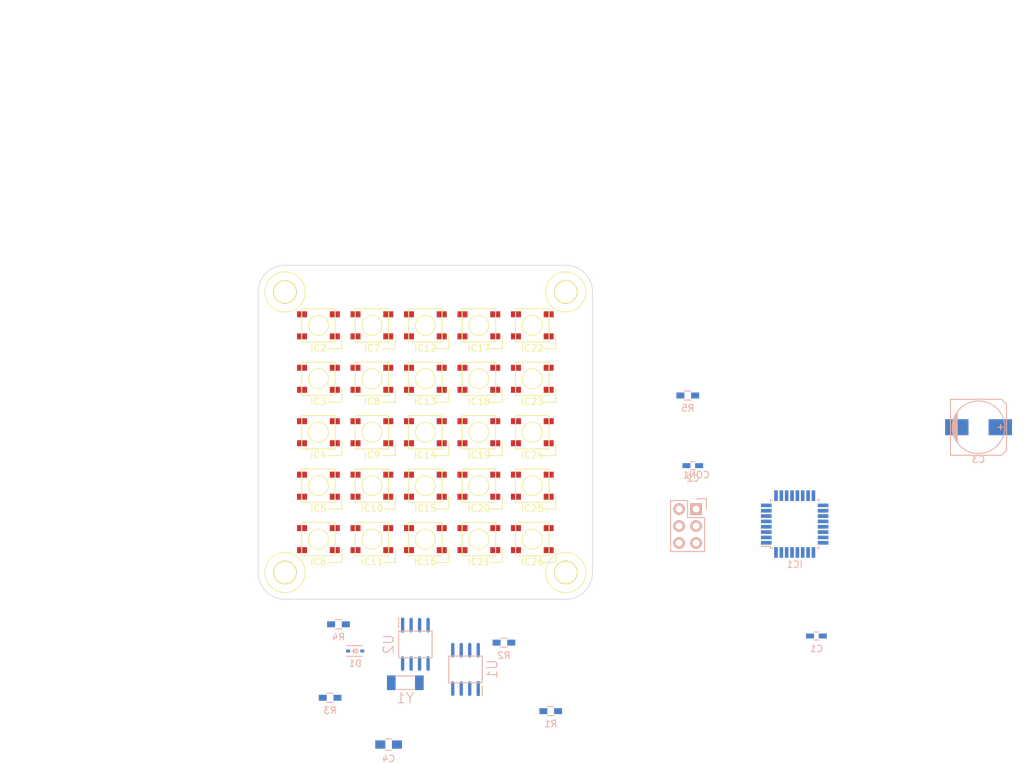
<source format=kicad_pcb>
(kicad_pcb (version 4) (host pcbnew "(2015-07-09 BZR 5919)-product")

  (general
    (links 116)
    (no_connects 116)
    (area 130.949999 78.949999 181.050001 129.050001)
    (thickness 1.6)
    (drawings 38)
    (tracks 0)
    (zones 0)
    (modules 44)
    (nets 61)
  )

  (page A4)
  (layers
    (0 F.Cu signal)
    (31 B.Cu signal)
    (32 B.Adhes user)
    (33 F.Adhes user)
    (34 B.Paste user)
    (35 F.Paste user)
    (36 B.SilkS user)
    (37 F.SilkS user)
    (38 B.Mask user)
    (39 F.Mask user)
    (40 Dwgs.User user)
    (41 Cmts.User user)
    (42 Eco1.User user)
    (43 Eco2.User user)
    (44 Edge.Cuts user)
    (45 Margin user)
    (46 B.CrtYd user)
    (47 F.CrtYd user)
    (48 B.Fab user)
    (49 F.Fab user)
  )

  (setup
    (last_trace_width 0.25)
    (trace_clearance 0.2)
    (zone_clearance 0.508)
    (zone_45_only no)
    (trace_min 0.2)
    (segment_width 0.2)
    (edge_width 0.1)
    (via_size 0.6)
    (via_drill 0.4)
    (via_min_size 0.4)
    (via_min_drill 0.3)
    (uvia_size 0.3)
    (uvia_drill 0.1)
    (uvias_allowed no)
    (uvia_min_size 0.2)
    (uvia_min_drill 0.1)
    (pcb_text_width 0.3)
    (pcb_text_size 1.5 1.5)
    (mod_edge_width 0.15)
    (mod_text_size 1 1)
    (mod_text_width 0.15)
    (pad_size 1.5 1.5)
    (pad_drill 0.6)
    (pad_to_mask_clearance 0)
    (aux_axis_origin 0 0)
    (visible_elements FFFFFF7F)
    (pcbplotparams
      (layerselection 0x00030_80000001)
      (usegerberextensions false)
      (excludeedgelayer true)
      (linewidth 0.100000)
      (plotframeref false)
      (viasonmask false)
      (mode 1)
      (useauxorigin false)
      (hpglpennumber 1)
      (hpglpenspeed 20)
      (hpglpendiameter 15)
      (hpglpenoverlay 2)
      (psnegative false)
      (psa4output false)
      (plotreference true)
      (plotvalue true)
      (plotinvisibletext false)
      (padsonsilk false)
      (subtractmaskfromsilk false)
      (outputformat 1)
      (mirror false)
      (drillshape 1)
      (scaleselection 1)
      (outputdirectory ""))
  )

  (net 0 "")
  (net 1 VCC)
  (net 2 GND)
  (net 3 "Net-(C3-Pad1)")
  (net 4 /MISO)
  (net 5 /SCK)
  (net 6 /MOSI)
  (net 7 /RST)
  (net 8 "Net-(IC1-Pad1)")
  (net 9 "Net-(IC1-Pad2)")
  (net 10 "Net-(IC1-Pad7)")
  (net 11 "Net-(IC1-Pad8)")
  (net 12 "Net-(IC1-Pad9)")
  (net 13 "Net-(IC1-Pad10)")
  (net 14 "Net-(IC1-Pad11)")
  (net 15 "Net-(IC1-Pad12)")
  (net 16 "Net-(IC1-Pad13)")
  (net 17 "Net-(IC1-Pad14)")
  (net 18 "Net-(IC1-Pad19)")
  (net 19 "Net-(IC1-Pad22)")
  (net 20 "Net-(IC1-Pad23)")
  (net 21 "Net-(IC1-Pad24)")
  (net 22 "Net-(IC1-Pad25)")
  (net 23 "Net-(IC1-Pad26)")
  (net 24 /SDA)
  (net 25 /SCL)
  (net 26 /~RESET)
  (net 27 "Net-(IC1-Pad30)")
  (net 28 "Net-(IC1-Pad31)")
  (net 29 "Net-(IC1-Pad32)")
  (net 30 "Net-(IC2-Pad2)")
  (net 31 "Net-(IC2-Pad4)")
  (net 32 "Net-(IC3-Pad4)")
  (net 33 "Net-(IC4-Pad4)")
  (net 34 "Net-(IC5-Pad4)")
  (net 35 /WSDATA)
  (net 36 "Net-(IC7-Pad2)")
  (net 37 "Net-(IC8-Pad2)")
  (net 38 "Net-(IC10-Pad4)")
  (net 39 "Net-(IC10-Pad2)")
  (net 40 "Net-(IC11-Pad2)")
  (net 41 "Net-(IC12-Pad2)")
  (net 42 "Net-(IC12-Pad4)")
  (net 43 "Net-(IC13-Pad4)")
  (net 44 "Net-(IC14-Pad4)")
  (net 45 "Net-(IC15-Pad4)")
  (net 46 "Net-(IC17-Pad2)")
  (net 47 "Net-(IC18-Pad2)")
  (net 48 "Net-(IC19-Pad2)")
  (net 49 "Net-(IC20-Pad2)")
  (net 50 "Net-(IC21-Pad2)")
  (net 51 "Net-(IC22-Pad2)")
  (net 52 "Net-(IC22-Pad4)")
  (net 53 "Net-(IC23-Pad4)")
  (net 54 "Net-(IC24-Pad4)")
  (net 55 "Net-(IC25-Pad4)")
  (net 56 "Net-(R5-Pad2)")
  (net 57 "Net-(U1-Pad1)")
  (net 58 "Net-(U1-Pad2)")
  (net 59 "Net-(U1-Pad7)")
  (net 60 "Net-(U2-Pad3)")

  (net_class Default "This is the default net class."
    (clearance 0.2)
    (trace_width 0.25)
    (via_dia 0.6)
    (via_drill 0.4)
    (uvia_dia 0.3)
    (uvia_drill 0.1)
    (add_net /MISO)
    (add_net /MOSI)
    (add_net /RST)
    (add_net /SCK)
    (add_net /SCL)
    (add_net /SDA)
    (add_net /WSDATA)
    (add_net /~RESET)
    (add_net GND)
    (add_net "Net-(C3-Pad1)")
    (add_net "Net-(IC1-Pad1)")
    (add_net "Net-(IC1-Pad10)")
    (add_net "Net-(IC1-Pad11)")
    (add_net "Net-(IC1-Pad12)")
    (add_net "Net-(IC1-Pad13)")
    (add_net "Net-(IC1-Pad14)")
    (add_net "Net-(IC1-Pad19)")
    (add_net "Net-(IC1-Pad2)")
    (add_net "Net-(IC1-Pad22)")
    (add_net "Net-(IC1-Pad23)")
    (add_net "Net-(IC1-Pad24)")
    (add_net "Net-(IC1-Pad25)")
    (add_net "Net-(IC1-Pad26)")
    (add_net "Net-(IC1-Pad30)")
    (add_net "Net-(IC1-Pad31)")
    (add_net "Net-(IC1-Pad32)")
    (add_net "Net-(IC1-Pad7)")
    (add_net "Net-(IC1-Pad8)")
    (add_net "Net-(IC1-Pad9)")
    (add_net "Net-(IC10-Pad2)")
    (add_net "Net-(IC10-Pad4)")
    (add_net "Net-(IC11-Pad2)")
    (add_net "Net-(IC12-Pad2)")
    (add_net "Net-(IC12-Pad4)")
    (add_net "Net-(IC13-Pad4)")
    (add_net "Net-(IC14-Pad4)")
    (add_net "Net-(IC15-Pad4)")
    (add_net "Net-(IC17-Pad2)")
    (add_net "Net-(IC18-Pad2)")
    (add_net "Net-(IC19-Pad2)")
    (add_net "Net-(IC2-Pad2)")
    (add_net "Net-(IC2-Pad4)")
    (add_net "Net-(IC20-Pad2)")
    (add_net "Net-(IC21-Pad2)")
    (add_net "Net-(IC22-Pad2)")
    (add_net "Net-(IC22-Pad4)")
    (add_net "Net-(IC23-Pad4)")
    (add_net "Net-(IC24-Pad4)")
    (add_net "Net-(IC25-Pad4)")
    (add_net "Net-(IC3-Pad4)")
    (add_net "Net-(IC4-Pad4)")
    (add_net "Net-(IC5-Pad4)")
    (add_net "Net-(IC7-Pad2)")
    (add_net "Net-(IC8-Pad2)")
    (add_net "Net-(R5-Pad2)")
    (add_net "Net-(U1-Pad1)")
    (add_net "Net-(U1-Pad2)")
    (add_net "Net-(U1-Pad7)")
    (add_net "Net-(U2-Pad3)")
    (add_net VCC)
  )

  (module devthrash:Screw_PAN_Head_M3 locked (layer F.Cu) (tedit 559EC87F) (tstamp 559EC989)
    (at 135 83)
    (fp_text reference REF** (at 0 -5) (layer Cmts.User)
      (effects (font (size 1.5 1.5) (thickness 0.15)))
    )
    (fp_text value Screw_PAN_Head_M3 (at 0 5) (layer F.Fab) hide
      (effects (font (size 1.5 1.5) (thickness 0.15)))
    )
    (fp_circle (center 0 0) (end 3 0) (layer F.SilkS) (width 0.15))
    (pad "" np_thru_hole circle (at 0 0) (size 3.5 3.5) (drill 3.1) (layers *.Cu *.Mask F.SilkS))
  )

  (module devthrash:Screw_PAN_Head_M3 locked (layer F.Cu) (tedit 559EC883) (tstamp 559EC99A)
    (at 177 83)
    (fp_text reference REF** (at 0 -5) (layer Cmts.User)
      (effects (font (size 1.5 1.5) (thickness 0.15)))
    )
    (fp_text value Screw_PAN_Head_M3 (at 0 5) (layer F.Fab) hide
      (effects (font (size 1.5 1.5) (thickness 0.15)))
    )
    (fp_circle (center 0 0) (end 3 0) (layer F.SilkS) (width 0.15))
    (pad "" np_thru_hole circle (at 0 0) (size 3.5 3.5) (drill 3.1) (layers *.Cu *.Mask F.SilkS))
  )

  (module devthrash:Screw_PAN_Head_M3 locked (layer F.Cu) (tedit 559EC879) (tstamp 559EC9A5)
    (at 135 125)
    (fp_text reference REF** (at 0 6.5) (layer Cmts.User)
      (effects (font (size 1.5 1.5) (thickness 0.15)))
    )
    (fp_text value Screw_PAN_Head_M3 (at 0 5) (layer F.Fab) hide
      (effects (font (size 1.5 1.5) (thickness 0.15)))
    )
    (fp_circle (center 0 0) (end 3 0) (layer F.SilkS) (width 0.15))
    (pad "" np_thru_hole circle (at 0 0) (size 3.5 3.5) (drill 3.1) (layers *.Cu *.Mask F.SilkS))
  )

  (module devthrash:Screw_PAN_Head_M3 locked (layer F.Cu) (tedit 559EC86F) (tstamp 559EC9B0)
    (at 177 125)
    (fp_text reference REF** (at 0 5.5) (layer Cmts.User)
      (effects (font (size 1.5 1.5) (thickness 0.15)))
    )
    (fp_text value Screw_PAN_Head_M3 (at 0 5) (layer F.Fab) hide
      (effects (font (size 1.5 1.5) (thickness 0.15)))
    )
    (fp_circle (center 0 0) (end 3 0) (layer F.SilkS) (width 0.15))
    (pad "" np_thru_hole circle (at 0 0) (size 3.5 3.5) (drill 3.1) (layers *.Cu *.Mask F.SilkS))
  )

  (module Capacitors_SMD:C_0603_HandSoldering (layer B.Cu) (tedit 541A9B4D) (tstamp 559EE016)
    (at 214.5 134.5)
    (descr "Capacitor SMD 0603, hand soldering")
    (tags "capacitor 0603")
    (path /559ED7D6)
    (attr smd)
    (fp_text reference C1 (at 0 1.9) (layer B.SilkS)
      (effects (font (size 1 1) (thickness 0.15)) (justify mirror))
    )
    (fp_text value 0.1u (at 0 -1.9) (layer B.Fab)
      (effects (font (size 1 1) (thickness 0.15)) (justify mirror))
    )
    (fp_line (start -1.85 0.75) (end 1.85 0.75) (layer B.CrtYd) (width 0.05))
    (fp_line (start -1.85 -0.75) (end 1.85 -0.75) (layer B.CrtYd) (width 0.05))
    (fp_line (start -1.85 0.75) (end -1.85 -0.75) (layer B.CrtYd) (width 0.05))
    (fp_line (start 1.85 0.75) (end 1.85 -0.75) (layer B.CrtYd) (width 0.05))
    (fp_line (start -0.35 0.6) (end 0.35 0.6) (layer B.SilkS) (width 0.15))
    (fp_line (start 0.35 -0.6) (end -0.35 -0.6) (layer B.SilkS) (width 0.15))
    (pad 1 smd rect (at -0.95 0) (size 1.2 0.75) (layers B.Cu B.Paste B.Mask)
      (net 1 VCC))
    (pad 2 smd rect (at 0.95 0) (size 1.2 0.75) (layers B.Cu B.Paste B.Mask)
      (net 2 GND))
    (model Capacitors_SMD.3dshapes/C_0603_HandSoldering.wrl
      (at (xyz 0 0 0))
      (scale (xyz 1 1 1))
      (rotate (xyz 0 0 0))
    )
  )

  (module Capacitors_SMD:C_0603_HandSoldering (layer B.Cu) (tedit 541A9B4D) (tstamp 559EE01C)
    (at 196 109)
    (descr "Capacitor SMD 0603, hand soldering")
    (tags "capacitor 0603")
    (path /559EC865)
    (attr smd)
    (fp_text reference C2 (at 0 1.9) (layer B.SilkS)
      (effects (font (size 1 1) (thickness 0.15)) (justify mirror))
    )
    (fp_text value 0.1u (at 0 -1.9) (layer B.Fab)
      (effects (font (size 1 1) (thickness 0.15)) (justify mirror))
    )
    (fp_line (start -1.85 0.75) (end 1.85 0.75) (layer B.CrtYd) (width 0.05))
    (fp_line (start -1.85 -0.75) (end 1.85 -0.75) (layer B.CrtYd) (width 0.05))
    (fp_line (start -1.85 0.75) (end -1.85 -0.75) (layer B.CrtYd) (width 0.05))
    (fp_line (start 1.85 0.75) (end 1.85 -0.75) (layer B.CrtYd) (width 0.05))
    (fp_line (start -0.35 0.6) (end 0.35 0.6) (layer B.SilkS) (width 0.15))
    (fp_line (start 0.35 -0.6) (end -0.35 -0.6) (layer B.SilkS) (width 0.15))
    (pad 1 smd rect (at -0.95 0) (size 1.2 0.75) (layers B.Cu B.Paste B.Mask)
      (net 1 VCC))
    (pad 2 smd rect (at 0.95 0) (size 1.2 0.75) (layers B.Cu B.Paste B.Mask)
      (net 2 GND))
    (model Capacitors_SMD.3dshapes/C_0603_HandSoldering.wrl
      (at (xyz 0 0 0))
      (scale (xyz 1 1 1))
      (rotate (xyz 0 0 0))
    )
  )

  (module Capacitors_SMD:c_elec_8x10.5 (layer B.Cu) (tedit 0) (tstamp 559EE022)
    (at 238.75 103.25)
    (descr "SMT capacitor, aluminium electrolytic, 8x10.5")
    (path /559E9AA9)
    (fp_text reference C3 (at 0 4.826) (layer B.SilkS)
      (effects (font (size 1 1) (thickness 0.15)) (justify mirror))
    )
    (fp_text value "SMD GC 0,22/5,5" (at 0 -4.826) (layer B.Fab)
      (effects (font (size 1 1) (thickness 0.15)) (justify mirror))
    )
    (fp_line (start -3.81 1.016) (end -3.81 -1.016) (layer B.SilkS) (width 0.15))
    (fp_line (start -3.683 -1.397) (end -3.683 1.397) (layer B.SilkS) (width 0.15))
    (fp_line (start -3.556 1.651) (end -3.556 -1.651) (layer B.SilkS) (width 0.15))
    (fp_line (start -3.429 -1.905) (end -3.429 1.905) (layer B.SilkS) (width 0.15))
    (fp_line (start -3.302 -2.032) (end -3.302 2.032) (layer B.SilkS) (width 0.15))
    (fp_line (start -3.175 2.286) (end -3.175 -2.286) (layer B.SilkS) (width 0.15))
    (fp_circle (center 0 0) (end 3.937 0) (layer B.SilkS) (width 0.15))
    (fp_line (start -4.191 4.191) (end -4.191 -4.191) (layer B.SilkS) (width 0.15))
    (fp_line (start -4.191 -4.191) (end 3.429 -4.191) (layer B.SilkS) (width 0.15))
    (fp_line (start 3.429 -4.191) (end 4.191 -3.429) (layer B.SilkS) (width 0.15))
    (fp_line (start 4.191 -3.429) (end 4.191 3.429) (layer B.SilkS) (width 0.15))
    (fp_line (start 4.191 3.429) (end 3.429 4.191) (layer B.SilkS) (width 0.15))
    (fp_line (start 3.429 4.191) (end -4.191 4.191) (layer B.SilkS) (width 0.15))
    (fp_line (start 3.683 0) (end 2.921 0) (layer B.SilkS) (width 0.15))
    (fp_line (start 3.302 0.381) (end 3.302 -0.381) (layer B.SilkS) (width 0.15))
    (pad 1 smd rect (at 3.2512 0) (size 3.50012 2.4003) (layers B.Cu B.Paste B.Mask)
      (net 3 "Net-(C3-Pad1)"))
    (pad 2 smd rect (at -3.2512 0) (size 3.50012 2.4003) (layers B.Cu B.Paste B.Mask)
      (net 2 GND))
    (model Capacitors_SMD.3dshapes/c_elec_8x10.5.wrl
      (at (xyz 0 0 0))
      (scale (xyz 1 1 1))
      (rotate (xyz 0 0 0))
    )
  )

  (module Capacitors_SMD:C_0805_HandSoldering (layer B.Cu) (tedit 541A9B8D) (tstamp 559EE028)
    (at 150.5 150.75)
    (descr "Capacitor SMD 0805, hand soldering")
    (tags "capacitor 0805")
    (path /55A030F3)
    (attr smd)
    (fp_text reference C4 (at 0 2.1) (layer B.SilkS)
      (effects (font (size 1 1) (thickness 0.15)) (justify mirror))
    )
    (fp_text value 1u (at 0 -2.1) (layer B.Fab)
      (effects (font (size 1 1) (thickness 0.15)) (justify mirror))
    )
    (fp_line (start -2.3 1) (end 2.3 1) (layer B.CrtYd) (width 0.05))
    (fp_line (start -2.3 -1) (end 2.3 -1) (layer B.CrtYd) (width 0.05))
    (fp_line (start -2.3 1) (end -2.3 -1) (layer B.CrtYd) (width 0.05))
    (fp_line (start 2.3 1) (end 2.3 -1) (layer B.CrtYd) (width 0.05))
    (fp_line (start 0.5 0.85) (end -0.5 0.85) (layer B.SilkS) (width 0.15))
    (fp_line (start -0.5 -0.85) (end 0.5 -0.85) (layer B.SilkS) (width 0.15))
    (pad 1 smd rect (at -1.25 0) (size 1.5 1.25) (layers B.Cu B.Paste B.Mask)
      (net 1 VCC))
    (pad 2 smd rect (at 1.25 0) (size 1.5 1.25) (layers B.Cu B.Paste B.Mask)
      (net 2 GND))
    (model Capacitors_SMD.3dshapes/C_0805_HandSoldering.wrl
      (at (xyz 0 0 0))
      (scale (xyz 1 1 1))
      (rotate (xyz 0 0 0))
    )
  )

  (module Pin_Headers:Pin_Header_Straight_2x03 (layer B.Cu) (tedit 54EA0A4B) (tstamp 559EE032)
    (at 196.5 115.5 180)
    (descr "Through hole pin header")
    (tags "pin header")
    (path /559F1115)
    (fp_text reference CON1 (at 0 5.1 180) (layer B.SilkS)
      (effects (font (size 1 1) (thickness 0.15)) (justify mirror))
    )
    (fp_text value AVR-ISP-6 (at 0 3.1 180) (layer B.Fab)
      (effects (font (size 1 1) (thickness 0.15)) (justify mirror))
    )
    (fp_line (start -1.27 -1.27) (end -1.27 -6.35) (layer B.SilkS) (width 0.15))
    (fp_line (start -1.55 1.55) (end 0 1.55) (layer B.SilkS) (width 0.15))
    (fp_line (start -1.75 1.75) (end -1.75 -6.85) (layer B.CrtYd) (width 0.05))
    (fp_line (start 4.3 1.75) (end 4.3 -6.85) (layer B.CrtYd) (width 0.05))
    (fp_line (start -1.75 1.75) (end 4.3 1.75) (layer B.CrtYd) (width 0.05))
    (fp_line (start -1.75 -6.85) (end 4.3 -6.85) (layer B.CrtYd) (width 0.05))
    (fp_line (start 1.27 1.27) (end 1.27 -1.27) (layer B.SilkS) (width 0.15))
    (fp_line (start 1.27 -1.27) (end -1.27 -1.27) (layer B.SilkS) (width 0.15))
    (fp_line (start -1.27 -6.35) (end 3.81 -6.35) (layer B.SilkS) (width 0.15))
    (fp_line (start 3.81 -6.35) (end 3.81 -1.27) (layer B.SilkS) (width 0.15))
    (fp_line (start -1.55 1.55) (end -1.55 0) (layer B.SilkS) (width 0.15))
    (fp_line (start 3.81 1.27) (end 1.27 1.27) (layer B.SilkS) (width 0.15))
    (fp_line (start 3.81 -1.27) (end 3.81 1.27) (layer B.SilkS) (width 0.15))
    (pad 1 thru_hole rect (at 0 0 180) (size 1.7272 1.7272) (drill 1.016) (layers *.Cu *.Mask B.SilkS)
      (net 4 /MISO))
    (pad 2 thru_hole oval (at 2.54 0 180) (size 1.7272 1.7272) (drill 1.016) (layers *.Cu *.Mask B.SilkS)
      (net 1 VCC))
    (pad 3 thru_hole oval (at 0 -2.54 180) (size 1.7272 1.7272) (drill 1.016) (layers *.Cu *.Mask B.SilkS)
      (net 5 /SCK))
    (pad 4 thru_hole oval (at 2.54 -2.54 180) (size 1.7272 1.7272) (drill 1.016) (layers *.Cu *.Mask B.SilkS)
      (net 6 /MOSI))
    (pad 5 thru_hole oval (at 0 -5.08 180) (size 1.7272 1.7272) (drill 1.016) (layers *.Cu *.Mask B.SilkS)
      (net 7 /RST))
    (pad 6 thru_hole oval (at 2.54 -5.08 180) (size 1.7272 1.7272) (drill 1.016) (layers *.Cu *.Mask B.SilkS)
      (net 2 GND))
    (model Pin_Headers.3dshapes/Pin_Header_Straight_2x03.wrl
      (at (xyz 0.05 -0.1 0))
      (scale (xyz 1 1 1))
      (rotate (xyz 0 0 90))
    )
  )

  (module Diodes_SMD:SOD-323 (layer B.Cu) (tedit 5530FC5E) (tstamp 559EE038)
    (at 145.5 136.75)
    (descr SOD-323)
    (tags SOD-323)
    (path /559E9EC6)
    (attr smd)
    (fp_text reference D1 (at 0 1.85) (layer B.SilkS)
      (effects (font (size 1 1) (thickness 0.15)) (justify mirror))
    )
    (fp_text value 1N4148WS (at 0.1 -1.9) (layer B.Fab)
      (effects (font (size 1 1) (thickness 0.15)) (justify mirror))
    )
    (fp_line (start 0.25 0) (end 0.5 0) (layer B.SilkS) (width 0.15))
    (fp_line (start -0.25 0) (end -0.5 0) (layer B.SilkS) (width 0.15))
    (fp_line (start -0.25 0) (end 0.25 0.35) (layer B.SilkS) (width 0.15))
    (fp_line (start 0.25 0.35) (end 0.25 -0.35) (layer B.SilkS) (width 0.15))
    (fp_line (start 0.25 -0.35) (end -0.25 0) (layer B.SilkS) (width 0.15))
    (fp_line (start -0.25 0.35) (end -0.25 -0.35) (layer B.SilkS) (width 0.15))
    (fp_line (start -1.5 0.95) (end 1.5 0.95) (layer B.CrtYd) (width 0.05))
    (fp_line (start 1.5 0.95) (end 1.5 -0.95) (layer B.CrtYd) (width 0.05))
    (fp_line (start -1.5 -0.95) (end 1.5 -0.95) (layer B.CrtYd) (width 0.05))
    (fp_line (start -1.5 0.95) (end -1.5 -0.95) (layer B.CrtYd) (width 0.05))
    (fp_line (start -1.3 -0.8) (end 1.1 -0.8) (layer B.SilkS) (width 0.15))
    (fp_line (start -1.3 0.8) (end 1.1 0.8) (layer B.SilkS) (width 0.15))
    (pad 1 smd rect (at -1.055 0) (size 0.59 0.45) (layers B.Cu B.Paste B.Mask)
      (net 3 "Net-(C3-Pad1)"))
    (pad 2 smd rect (at 1.055 0) (size 0.59 0.45) (layers B.Cu B.Paste B.Mask)
      (net 1 VCC))
  )

  (module Housings_QFP:TQFP-32_7x7mm_Pitch0.8mm (layer B.Cu) (tedit 54130A77) (tstamp 559EE05C)
    (at 211.25 117.75)
    (descr "32-Lead Plastic Thin Quad Flatpack (PT) - 7x7x1.0 mm Body, 2.00 mm [TQFP] (see Microchip Packaging Specification 00000049BS.pdf)")
    (tags "QFP 0.8")
    (path /559E9437)
    (attr smd)
    (fp_text reference IC1 (at 0 6.05) (layer B.SilkS)
      (effects (font (size 1 1) (thickness 0.15)) (justify mirror))
    )
    (fp_text value ATMEGA8-AI (at 0 -6.05) (layer B.Fab)
      (effects (font (size 1 1) (thickness 0.15)) (justify mirror))
    )
    (fp_line (start -5.3 5.3) (end -5.3 -5.3) (layer B.CrtYd) (width 0.05))
    (fp_line (start 5.3 5.3) (end 5.3 -5.3) (layer B.CrtYd) (width 0.05))
    (fp_line (start -5.3 5.3) (end 5.3 5.3) (layer B.CrtYd) (width 0.05))
    (fp_line (start -5.3 -5.3) (end 5.3 -5.3) (layer B.CrtYd) (width 0.05))
    (fp_line (start -3.625 3.625) (end -3.625 3.3) (layer B.SilkS) (width 0.15))
    (fp_line (start 3.625 3.625) (end 3.625 3.3) (layer B.SilkS) (width 0.15))
    (fp_line (start 3.625 -3.625) (end 3.625 -3.3) (layer B.SilkS) (width 0.15))
    (fp_line (start -3.625 -3.625) (end -3.625 -3.3) (layer B.SilkS) (width 0.15))
    (fp_line (start -3.625 3.625) (end -3.3 3.625) (layer B.SilkS) (width 0.15))
    (fp_line (start -3.625 -3.625) (end -3.3 -3.625) (layer B.SilkS) (width 0.15))
    (fp_line (start 3.625 -3.625) (end 3.3 -3.625) (layer B.SilkS) (width 0.15))
    (fp_line (start 3.625 3.625) (end 3.3 3.625) (layer B.SilkS) (width 0.15))
    (fp_line (start -3.625 3.3) (end -5.05 3.3) (layer B.SilkS) (width 0.15))
    (pad 1 smd rect (at -4.25 2.8) (size 1.6 0.55) (layers B.Cu B.Paste B.Mask)
      (net 8 "Net-(IC1-Pad1)"))
    (pad 2 smd rect (at -4.25 2) (size 1.6 0.55) (layers B.Cu B.Paste B.Mask)
      (net 9 "Net-(IC1-Pad2)"))
    (pad 3 smd rect (at -4.25 1.2) (size 1.6 0.55) (layers B.Cu B.Paste B.Mask)
      (net 2 GND))
    (pad 4 smd rect (at -4.25 0.4) (size 1.6 0.55) (layers B.Cu B.Paste B.Mask)
      (net 1 VCC))
    (pad 5 smd rect (at -4.25 -0.4) (size 1.6 0.55) (layers B.Cu B.Paste B.Mask)
      (net 2 GND))
    (pad 6 smd rect (at -4.25 -1.2) (size 1.6 0.55) (layers B.Cu B.Paste B.Mask)
      (net 1 VCC))
    (pad 7 smd rect (at -4.25 -2) (size 1.6 0.55) (layers B.Cu B.Paste B.Mask)
      (net 10 "Net-(IC1-Pad7)"))
    (pad 8 smd rect (at -4.25 -2.8) (size 1.6 0.55) (layers B.Cu B.Paste B.Mask)
      (net 11 "Net-(IC1-Pad8)"))
    (pad 9 smd rect (at -2.8 -4.25 270) (size 1.6 0.55) (layers B.Cu B.Paste B.Mask)
      (net 12 "Net-(IC1-Pad9)"))
    (pad 10 smd rect (at -2 -4.25 270) (size 1.6 0.55) (layers B.Cu B.Paste B.Mask)
      (net 13 "Net-(IC1-Pad10)"))
    (pad 11 smd rect (at -1.2 -4.25 270) (size 1.6 0.55) (layers B.Cu B.Paste B.Mask)
      (net 14 "Net-(IC1-Pad11)"))
    (pad 12 smd rect (at -0.4 -4.25 270) (size 1.6 0.55) (layers B.Cu B.Paste B.Mask)
      (net 15 "Net-(IC1-Pad12)"))
    (pad 13 smd rect (at 0.4 -4.25 270) (size 1.6 0.55) (layers B.Cu B.Paste B.Mask)
      (net 16 "Net-(IC1-Pad13)"))
    (pad 14 smd rect (at 1.2 -4.25 270) (size 1.6 0.55) (layers B.Cu B.Paste B.Mask)
      (net 17 "Net-(IC1-Pad14)"))
    (pad 15 smd rect (at 2 -4.25 270) (size 1.6 0.55) (layers B.Cu B.Paste B.Mask)
      (net 6 /MOSI))
    (pad 16 smd rect (at 2.8 -4.25 270) (size 1.6 0.55) (layers B.Cu B.Paste B.Mask)
      (net 4 /MISO))
    (pad 17 smd rect (at 4.25 -2.8) (size 1.6 0.55) (layers B.Cu B.Paste B.Mask)
      (net 5 /SCK))
    (pad 18 smd rect (at 4.25 -2) (size 1.6 0.55) (layers B.Cu B.Paste B.Mask)
      (net 1 VCC))
    (pad 19 smd rect (at 4.25 -1.2) (size 1.6 0.55) (layers B.Cu B.Paste B.Mask)
      (net 18 "Net-(IC1-Pad19)"))
    (pad 20 smd rect (at 4.25 -0.4) (size 1.6 0.55) (layers B.Cu B.Paste B.Mask)
      (net 2 GND))
    (pad 21 smd rect (at 4.25 0.4) (size 1.6 0.55) (layers B.Cu B.Paste B.Mask)
      (net 2 GND))
    (pad 22 smd rect (at 4.25 1.2) (size 1.6 0.55) (layers B.Cu B.Paste B.Mask)
      (net 19 "Net-(IC1-Pad22)"))
    (pad 23 smd rect (at 4.25 2) (size 1.6 0.55) (layers B.Cu B.Paste B.Mask)
      (net 20 "Net-(IC1-Pad23)"))
    (pad 24 smd rect (at 4.25 2.8) (size 1.6 0.55) (layers B.Cu B.Paste B.Mask)
      (net 21 "Net-(IC1-Pad24)"))
    (pad 25 smd rect (at 2.8 4.25 270) (size 1.6 0.55) (layers B.Cu B.Paste B.Mask)
      (net 22 "Net-(IC1-Pad25)"))
    (pad 26 smd rect (at 2 4.25 270) (size 1.6 0.55) (layers B.Cu B.Paste B.Mask)
      (net 23 "Net-(IC1-Pad26)"))
    (pad 27 smd rect (at 1.2 4.25 270) (size 1.6 0.55) (layers B.Cu B.Paste B.Mask)
      (net 24 /SDA))
    (pad 28 smd rect (at 0.4 4.25 270) (size 1.6 0.55) (layers B.Cu B.Paste B.Mask)
      (net 25 /SCL))
    (pad 29 smd rect (at -0.4 4.25 270) (size 1.6 0.55) (layers B.Cu B.Paste B.Mask)
      (net 26 /~RESET))
    (pad 30 smd rect (at -1.2 4.25 270) (size 1.6 0.55) (layers B.Cu B.Paste B.Mask)
      (net 27 "Net-(IC1-Pad30)"))
    (pad 31 smd rect (at -2 4.25 270) (size 1.6 0.55) (layers B.Cu B.Paste B.Mask)
      (net 28 "Net-(IC1-Pad31)"))
    (pad 32 smd rect (at -2.8 4.25 270) (size 1.6 0.55) (layers B.Cu B.Paste B.Mask)
      (net 29 "Net-(IC1-Pad32)"))
    (model Housings_QFP.3dshapes/TQFP-32_7x7mm_Pitch0.8mm.wrl
      (at (xyz 0 0 0))
      (scale (xyz 1 1 1))
      (rotate (xyz 0 0 0))
    )
  )

  (module Resistors_SMD:R_0603_HandSoldering (layer B.Cu) (tedit 5418A00F) (tstamp 559EE12A)
    (at 174.75 145.75)
    (descr "Resistor SMD 0603, hand soldering")
    (tags "resistor 0603")
    (path /559EDFFF)
    (attr smd)
    (fp_text reference R1 (at 0 1.9) (layer B.SilkS)
      (effects (font (size 1 1) (thickness 0.15)) (justify mirror))
    )
    (fp_text value 10k (at 0 -1.9) (layer B.Fab)
      (effects (font (size 1 1) (thickness 0.15)) (justify mirror))
    )
    (fp_line (start -2 0.8) (end 2 0.8) (layer B.CrtYd) (width 0.05))
    (fp_line (start -2 -0.8) (end 2 -0.8) (layer B.CrtYd) (width 0.05))
    (fp_line (start -2 0.8) (end -2 -0.8) (layer B.CrtYd) (width 0.05))
    (fp_line (start 2 0.8) (end 2 -0.8) (layer B.CrtYd) (width 0.05))
    (fp_line (start 0.5 -0.675) (end -0.5 -0.675) (layer B.SilkS) (width 0.15))
    (fp_line (start -0.5 0.675) (end 0.5 0.675) (layer B.SilkS) (width 0.15))
    (pad 1 smd rect (at -1.1 0) (size 1.2 0.9) (layers B.Cu B.Paste B.Mask)
      (net 1 VCC))
    (pad 2 smd rect (at 1.1 0) (size 1.2 0.9) (layers B.Cu B.Paste B.Mask)
      (net 26 /~RESET))
    (model Resistors_SMD.3dshapes/R_0603_HandSoldering.wrl
      (at (xyz 0 0 0))
      (scale (xyz 1 1 1))
      (rotate (xyz 0 0 0))
    )
  )

  (module Resistors_SMD:R_0603_HandSoldering (layer B.Cu) (tedit 5418A00F) (tstamp 559EE130)
    (at 167.75 135.5)
    (descr "Resistor SMD 0603, hand soldering")
    (tags "resistor 0603")
    (path /559F00B7)
    (attr smd)
    (fp_text reference R2 (at 0 1.9) (layer B.SilkS)
      (effects (font (size 1 1) (thickness 0.15)) (justify mirror))
    )
    (fp_text value 150 (at 0 -1.9) (layer B.Fab)
      (effects (font (size 1 1) (thickness 0.15)) (justify mirror))
    )
    (fp_line (start -2 0.8) (end 2 0.8) (layer B.CrtYd) (width 0.05))
    (fp_line (start -2 -0.8) (end 2 -0.8) (layer B.CrtYd) (width 0.05))
    (fp_line (start -2 0.8) (end -2 -0.8) (layer B.CrtYd) (width 0.05))
    (fp_line (start 2 0.8) (end 2 -0.8) (layer B.CrtYd) (width 0.05))
    (fp_line (start 0.5 -0.675) (end -0.5 -0.675) (layer B.SilkS) (width 0.15))
    (fp_line (start -0.5 0.675) (end 0.5 0.675) (layer B.SilkS) (width 0.15))
    (pad 1 smd rect (at -1.1 0) (size 1.2 0.9) (layers B.Cu B.Paste B.Mask)
      (net 35 /WSDATA))
    (pad 2 smd rect (at 1.1 0) (size 1.2 0.9) (layers B.Cu B.Paste B.Mask)
      (net 15 "Net-(IC1-Pad12)"))
    (model Resistors_SMD.3dshapes/R_0603_HandSoldering.wrl
      (at (xyz 0 0 0))
      (scale (xyz 1 1 1))
      (rotate (xyz 0 0 0))
    )
  )

  (module Resistors_SMD:R_0603_HandSoldering (layer B.Cu) (tedit 5418A00F) (tstamp 559EE136)
    (at 141.75 143.75)
    (descr "Resistor SMD 0603, hand soldering")
    (tags "resistor 0603")
    (path /559EA524)
    (attr smd)
    (fp_text reference R3 (at 0 1.9) (layer B.SilkS)
      (effects (font (size 1 1) (thickness 0.15)) (justify mirror))
    )
    (fp_text value 10k (at 0 -1.9) (layer B.Fab)
      (effects (font (size 1 1) (thickness 0.15)) (justify mirror))
    )
    (fp_line (start -2 0.8) (end 2 0.8) (layer B.CrtYd) (width 0.05))
    (fp_line (start -2 -0.8) (end 2 -0.8) (layer B.CrtYd) (width 0.05))
    (fp_line (start -2 0.8) (end -2 -0.8) (layer B.CrtYd) (width 0.05))
    (fp_line (start 2 0.8) (end 2 -0.8) (layer B.CrtYd) (width 0.05))
    (fp_line (start 0.5 -0.675) (end -0.5 -0.675) (layer B.SilkS) (width 0.15))
    (fp_line (start -0.5 0.675) (end 0.5 0.675) (layer B.SilkS) (width 0.15))
    (pad 1 smd rect (at -1.1 0) (size 1.2 0.9) (layers B.Cu B.Paste B.Mask)
      (net 25 /SCL))
    (pad 2 smd rect (at 1.1 0) (size 1.2 0.9) (layers B.Cu B.Paste B.Mask)
      (net 1 VCC))
    (model Resistors_SMD.3dshapes/R_0603_HandSoldering.wrl
      (at (xyz 0 0 0))
      (scale (xyz 1 1 1))
      (rotate (xyz 0 0 0))
    )
  )

  (module Resistors_SMD:R_0603_HandSoldering (layer B.Cu) (tedit 5418A00F) (tstamp 559EE13C)
    (at 143 132.75)
    (descr "Resistor SMD 0603, hand soldering")
    (tags "resistor 0603")
    (path /559EA4D0)
    (attr smd)
    (fp_text reference R4 (at 0 1.9) (layer B.SilkS)
      (effects (font (size 1 1) (thickness 0.15)) (justify mirror))
    )
    (fp_text value 10k (at 0 -1.9) (layer B.Fab)
      (effects (font (size 1 1) (thickness 0.15)) (justify mirror))
    )
    (fp_line (start -2 0.8) (end 2 0.8) (layer B.CrtYd) (width 0.05))
    (fp_line (start -2 -0.8) (end 2 -0.8) (layer B.CrtYd) (width 0.05))
    (fp_line (start -2 0.8) (end -2 -0.8) (layer B.CrtYd) (width 0.05))
    (fp_line (start 2 0.8) (end 2 -0.8) (layer B.CrtYd) (width 0.05))
    (fp_line (start 0.5 -0.675) (end -0.5 -0.675) (layer B.SilkS) (width 0.15))
    (fp_line (start -0.5 0.675) (end 0.5 0.675) (layer B.SilkS) (width 0.15))
    (pad 1 smd rect (at -1.1 0) (size 1.2 0.9) (layers B.Cu B.Paste B.Mask)
      (net 1 VCC))
    (pad 2 smd rect (at 1.1 0) (size 1.2 0.9) (layers B.Cu B.Paste B.Mask)
      (net 24 /SDA))
    (model Resistors_SMD.3dshapes/R_0603_HandSoldering.wrl
      (at (xyz 0 0 0))
      (scale (xyz 1 1 1))
      (rotate (xyz 0 0 0))
    )
  )

  (module Resistors_SMD:R_0603_HandSoldering (layer B.Cu) (tedit 5418A00F) (tstamp 559EE142)
    (at 195.25 98.5)
    (descr "Resistor SMD 0603, hand soldering")
    (tags "resistor 0603")
    (path /559E9E37)
    (attr smd)
    (fp_text reference R5 (at 0 1.9) (layer B.SilkS)
      (effects (font (size 1 1) (thickness 0.15)) (justify mirror))
    )
    (fp_text value 10 (at 0 -1.9) (layer B.Fab)
      (effects (font (size 1 1) (thickness 0.15)) (justify mirror))
    )
    (fp_line (start -2 0.8) (end 2 0.8) (layer B.CrtYd) (width 0.05))
    (fp_line (start -2 -0.8) (end 2 -0.8) (layer B.CrtYd) (width 0.05))
    (fp_line (start -2 0.8) (end -2 -0.8) (layer B.CrtYd) (width 0.05))
    (fp_line (start 2 0.8) (end 2 -0.8) (layer B.CrtYd) (width 0.05))
    (fp_line (start 0.5 -0.675) (end -0.5 -0.675) (layer B.SilkS) (width 0.15))
    (fp_line (start -0.5 0.675) (end 0.5 0.675) (layer B.SilkS) (width 0.15))
    (pad 1 smd rect (at -1.1 0) (size 1.2 0.9) (layers B.Cu B.Paste B.Mask)
      (net 3 "Net-(C3-Pad1)"))
    (pad 2 smd rect (at 1.1 0) (size 1.2 0.9) (layers B.Cu B.Paste B.Mask)
      (net 56 "Net-(R5-Pad2)"))
    (model Resistors_SMD.3dshapes/R_0603_HandSoldering.wrl
      (at (xyz 0 0 0))
      (scale (xyz 1 1 1))
      (rotate (xyz 0 0 0))
    )
  )

  (module devthrash:SO8 (layer B.Cu) (tedit 54F5E2B3) (tstamp 559EE14E)
    (at 162 139.5 90)
    (path /559EB33D)
    (solder_mask_margin 0.07)
    (fp_text reference U1 (at 0 4 90) (layer B.SilkS)
      (effects (font (size 1.5 1.5) (thickness 0.15)) (justify mirror))
    )
    (fp_text value MCP79410 (at 0 -4 90) (layer B.Fab) hide
      (effects (font (size 1.5 1.5) (thickness 0.15)) (justify mirror))
    )
    (fp_line (start -2.5 2.5) (end -4 2.5) (layer B.SilkS) (width 0.15))
    (fp_line (start -2 2.5) (end 2 2.5) (layer B.SilkS) (width 0.15))
    (fp_line (start 2 2.5) (end 2 -2.5) (layer B.SilkS) (width 0.15))
    (fp_line (start 2 -2.5) (end -2 -2.5) (layer B.SilkS) (width 0.15))
    (fp_line (start -2 -2.5) (end -2 2.5) (layer B.SilkS) (width 0.15))
    (pad 1 connect rect (at -2.875 1.905 90) (size 2.2 0.5) (layers B.Cu B.Mask)
      (net 57 "Net-(U1-Pad1)"))
    (pad 2 connect oval (at -2.875 0.635 90) (size 2.2 0.5) (layers B.Cu B.Mask)
      (net 58 "Net-(U1-Pad2)"))
    (pad 3 connect oval (at -2.875 -0.635 90) (size 2.2 0.5) (layers B.Cu B.Mask)
      (net 56 "Net-(R5-Pad2)"))
    (pad 4 connect oval (at -2.875 -1.905 90) (size 2.2 0.5) (layers B.Cu B.Mask)
      (net 2 GND))
    (pad 5 connect oval (at 2.875 -1.905 90) (size 2.2 0.5) (layers B.Cu B.Mask)
      (net 24 /SDA))
    (pad 6 connect oval (at 2.875 -0.635 90) (size 2.2 0.5) (layers B.Cu B.Mask)
      (net 25 /SCL))
    (pad 7 connect oval (at 2.875 0.635 90) (size 2.2 0.5) (layers B.Cu B.Mask)
      (net 59 "Net-(U1-Pad7)"))
    (pad 8 connect oval (at 2.875 1.905 90) (size 2.2 0.5) (layers B.Cu B.Mask)
      (net 1 VCC))
    (model Housings_SOIC/SOIC-8-1EP_3.9x4.9mm_Pitch1.27mm.wrl
      (at (xyz 0 0 0))
      (scale (xyz 1 1 1))
      (rotate (xyz 0 0 0))
    )
  )

  (module devthrash:SO8 (layer B.Cu) (tedit 54F5E2B3) (tstamp 559EE15A)
    (at 154.5 135.75 270)
    (path /559EC3A1)
    (solder_mask_margin 0.07)
    (fp_text reference U2 (at 0 4 270) (layer B.SilkS)
      (effects (font (size 1.5 1.5) (thickness 0.15)) (justify mirror))
    )
    (fp_text value LM75 (at 0 -4 270) (layer B.Fab) hide
      (effects (font (size 1.5 1.5) (thickness 0.15)) (justify mirror))
    )
    (fp_line (start -2.5 2.5) (end -4 2.5) (layer B.SilkS) (width 0.15))
    (fp_line (start -2 2.5) (end 2 2.5) (layer B.SilkS) (width 0.15))
    (fp_line (start 2 2.5) (end 2 -2.5) (layer B.SilkS) (width 0.15))
    (fp_line (start 2 -2.5) (end -2 -2.5) (layer B.SilkS) (width 0.15))
    (fp_line (start -2 -2.5) (end -2 2.5) (layer B.SilkS) (width 0.15))
    (pad 1 connect rect (at -2.875 1.905 270) (size 2.2 0.5) (layers B.Cu B.Mask)
      (net 24 /SDA))
    (pad 2 connect oval (at -2.875 0.635 270) (size 2.2 0.5) (layers B.Cu B.Mask)
      (net 25 /SCL))
    (pad 3 connect oval (at -2.875 -0.635 270) (size 2.2 0.5) (layers B.Cu B.Mask)
      (net 60 "Net-(U2-Pad3)"))
    (pad 4 connect oval (at -2.875 -1.905 270) (size 2.2 0.5) (layers B.Cu B.Mask)
      (net 2 GND))
    (pad 5 connect oval (at 2.875 -1.905 270) (size 2.2 0.5) (layers B.Cu B.Mask)
      (net 2 GND))
    (pad 6 connect oval (at 2.875 -0.635 270) (size 2.2 0.5) (layers B.Cu B.Mask)
      (net 2 GND))
    (pad 7 connect oval (at 2.875 0.635 270) (size 2.2 0.5) (layers B.Cu B.Mask)
      (net 2 GND))
    (pad 8 connect oval (at 2.875 1.905 270) (size 2.2 0.5) (layers B.Cu B.Mask)
      (net 1 VCC))
    (model Housings_SOIC/SOIC-8-1EP_3.9x4.9mm_Pitch1.27mm.wrl
      (at (xyz 0 0 0))
      (scale (xyz 1 1 1))
      (rotate (xyz 0 0 0))
    )
  )

  (module devthrash:CC4V-T1A (layer B.Cu) (tedit 559ECDA4) (tstamp 559EE160)
    (at 153 141.5 180)
    (path /559E95B6)
    (fp_text reference Y1 (at 0 -2.3 180) (layer B.SilkS)
      (effects (font (size 1.5 1.5) (thickness 0.15)) (justify mirror))
    )
    (fp_text value CC4V-T1A-32768 (at 0 2.1 180) (layer B.Fab) hide
      (effects (font (size 1.5 1.5) (thickness 0.15)) (justify mirror))
    )
    (fp_line (start -1.3 -1) (end 1.3 -1) (layer B.SilkS) (width 0.15))
    (fp_line (start -1.3 1) (end 1.3 1) (layer B.SilkS) (width 0.15))
    (pad 1 smd rect (at -2.1 0 180) (size 1.3 2.2) (layers B.Cu B.Paste B.Mask)
      (net 57 "Net-(U1-Pad1)"))
    (pad 2 smd rect (at 2.1 0 180) (size 1.3 2.2) (layers B.Cu B.Paste B.Mask)
      (net 58 "Net-(U1-Pad2)"))
  )

  (module devthrash:WS2812B (layer F.Cu) (tedit 559ECAA7) (tstamp 559EEDBD)
    (at 140 88)
    (path /559F088E)
    (fp_text reference IC2 (at 0 3.4) (layer F.SilkS)
      (effects (font (size 1 1) (thickness 0.15)))
    )
    (fp_text value WS2812B (at 0 -3.75) (layer F.Fab) hide
      (effects (font (size 1.5 1.5) (thickness 0.15)))
    )
    (fp_line (start 1.5 3.5) (end 3.5 3.5) (layer F.SilkS) (width 0.15))
    (fp_line (start 3.5 3.5) (end 3.5 1.5) (layer F.SilkS) (width 0.15))
    (fp_circle (center 0 0) (end 0 -1.5) (layer F.SilkS) (width 0.15))
    (fp_line (start -2.5 -2.5) (end 2.5 -2.5) (layer F.SilkS) (width 0.15))
    (fp_line (start 2.5 -2.5) (end 2.5 2.5) (layer F.SilkS) (width 0.15))
    (fp_line (start 2.5 2.5) (end -2.5 2.5) (layer F.SilkS) (width 0.15))
    (fp_line (start -2.5 2.5) (end -2.5 -2.5) (layer F.SilkS) (width 0.15))
    (pad 1 smd rect (at -2.45 -1.65) (size 1.5 0.9) (layers F.Cu F.Paste F.Mask)
      (net 1 VCC))
    (pad 2 smd rect (at -2.45 1.65) (size 1.5 0.9) (layers F.Cu F.Paste F.Mask)
      (net 30 "Net-(IC2-Pad2)"))
    (pad 3 smd rect (at 2.45 1.65) (size 1.5 0.9) (layers F.Cu F.Paste F.Mask)
      (net 2 GND))
    (pad 4 smd rect (at 2.45 -1.65) (size 1.5 0.9) (layers F.Cu F.Paste F.Mask)
      (net 31 "Net-(IC2-Pad4)"))
  )

  (module devthrash:WS2812B (layer F.Cu) (tedit 559ECAA7) (tstamp 559EEDC5)
    (at 140 96)
    (path /559F2377)
    (fp_text reference IC3 (at 0 3.4) (layer F.SilkS)
      (effects (font (size 1 1) (thickness 0.15)))
    )
    (fp_text value WS2812B (at 0 -3.75) (layer F.Fab) hide
      (effects (font (size 1.5 1.5) (thickness 0.15)))
    )
    (fp_line (start 1.5 3.5) (end 3.5 3.5) (layer F.SilkS) (width 0.15))
    (fp_line (start 3.5 3.5) (end 3.5 1.5) (layer F.SilkS) (width 0.15))
    (fp_circle (center 0 0) (end 0 -1.5) (layer F.SilkS) (width 0.15))
    (fp_line (start -2.5 -2.5) (end 2.5 -2.5) (layer F.SilkS) (width 0.15))
    (fp_line (start 2.5 -2.5) (end 2.5 2.5) (layer F.SilkS) (width 0.15))
    (fp_line (start 2.5 2.5) (end -2.5 2.5) (layer F.SilkS) (width 0.15))
    (fp_line (start -2.5 2.5) (end -2.5 -2.5) (layer F.SilkS) (width 0.15))
    (pad 1 smd rect (at -2.45 -1.65) (size 1.5 0.9) (layers F.Cu F.Paste F.Mask)
      (net 1 VCC))
    (pad 2 smd rect (at -2.45 1.65) (size 1.5 0.9) (layers F.Cu F.Paste F.Mask)
      (net 31 "Net-(IC2-Pad4)"))
    (pad 3 smd rect (at 2.45 1.65) (size 1.5 0.9) (layers F.Cu F.Paste F.Mask)
      (net 2 GND))
    (pad 4 smd rect (at 2.45 -1.65) (size 1.5 0.9) (layers F.Cu F.Paste F.Mask)
      (net 32 "Net-(IC3-Pad4)"))
  )

  (module devthrash:WS2812B (layer F.Cu) (tedit 559ECAA7) (tstamp 559EEDCD)
    (at 140 104)
    (path /559F2371)
    (fp_text reference IC4 (at 0 3.4) (layer F.SilkS)
      (effects (font (size 1 1) (thickness 0.15)))
    )
    (fp_text value WS2812B (at 0 -3.75) (layer F.Fab) hide
      (effects (font (size 1.5 1.5) (thickness 0.15)))
    )
    (fp_line (start 1.5 3.5) (end 3.5 3.5) (layer F.SilkS) (width 0.15))
    (fp_line (start 3.5 3.5) (end 3.5 1.5) (layer F.SilkS) (width 0.15))
    (fp_circle (center 0 0) (end 0 -1.5) (layer F.SilkS) (width 0.15))
    (fp_line (start -2.5 -2.5) (end 2.5 -2.5) (layer F.SilkS) (width 0.15))
    (fp_line (start 2.5 -2.5) (end 2.5 2.5) (layer F.SilkS) (width 0.15))
    (fp_line (start 2.5 2.5) (end -2.5 2.5) (layer F.SilkS) (width 0.15))
    (fp_line (start -2.5 2.5) (end -2.5 -2.5) (layer F.SilkS) (width 0.15))
    (pad 1 smd rect (at -2.45 -1.65) (size 1.5 0.9) (layers F.Cu F.Paste F.Mask)
      (net 1 VCC))
    (pad 2 smd rect (at -2.45 1.65) (size 1.5 0.9) (layers F.Cu F.Paste F.Mask)
      (net 32 "Net-(IC3-Pad4)"))
    (pad 3 smd rect (at 2.45 1.65) (size 1.5 0.9) (layers F.Cu F.Paste F.Mask)
      (net 2 GND))
    (pad 4 smd rect (at 2.45 -1.65) (size 1.5 0.9) (layers F.Cu F.Paste F.Mask)
      (net 33 "Net-(IC4-Pad4)"))
  )

  (module devthrash:WS2812B (layer F.Cu) (tedit 559ECAA7) (tstamp 559EEDD5)
    (at 140 112)
    (path /559F1D8F)
    (fp_text reference IC5 (at 0 3.4) (layer F.SilkS)
      (effects (font (size 1 1) (thickness 0.15)))
    )
    (fp_text value WS2812B (at 0 -3.75) (layer F.Fab) hide
      (effects (font (size 1.5 1.5) (thickness 0.15)))
    )
    (fp_line (start 1.5 3.5) (end 3.5 3.5) (layer F.SilkS) (width 0.15))
    (fp_line (start 3.5 3.5) (end 3.5 1.5) (layer F.SilkS) (width 0.15))
    (fp_circle (center 0 0) (end 0 -1.5) (layer F.SilkS) (width 0.15))
    (fp_line (start -2.5 -2.5) (end 2.5 -2.5) (layer F.SilkS) (width 0.15))
    (fp_line (start 2.5 -2.5) (end 2.5 2.5) (layer F.SilkS) (width 0.15))
    (fp_line (start 2.5 2.5) (end -2.5 2.5) (layer F.SilkS) (width 0.15))
    (fp_line (start -2.5 2.5) (end -2.5 -2.5) (layer F.SilkS) (width 0.15))
    (pad 1 smd rect (at -2.45 -1.65) (size 1.5 0.9) (layers F.Cu F.Paste F.Mask)
      (net 1 VCC))
    (pad 2 smd rect (at -2.45 1.65) (size 1.5 0.9) (layers F.Cu F.Paste F.Mask)
      (net 33 "Net-(IC4-Pad4)"))
    (pad 3 smd rect (at 2.45 1.65) (size 1.5 0.9) (layers F.Cu F.Paste F.Mask)
      (net 2 GND))
    (pad 4 smd rect (at 2.45 -1.65) (size 1.5 0.9) (layers F.Cu F.Paste F.Mask)
      (net 34 "Net-(IC5-Pad4)"))
  )

  (module devthrash:WS2812B (layer F.Cu) (tedit 559ECAA7) (tstamp 559EEDDD)
    (at 140 120)
    (path /559F1BEE)
    (fp_text reference IC6 (at 0 3.4) (layer F.SilkS)
      (effects (font (size 1 1) (thickness 0.15)))
    )
    (fp_text value WS2812B (at 0 -3.75) (layer F.Fab) hide
      (effects (font (size 1.5 1.5) (thickness 0.15)))
    )
    (fp_line (start 1.5 3.5) (end 3.5 3.5) (layer F.SilkS) (width 0.15))
    (fp_line (start 3.5 3.5) (end 3.5 1.5) (layer F.SilkS) (width 0.15))
    (fp_circle (center 0 0) (end 0 -1.5) (layer F.SilkS) (width 0.15))
    (fp_line (start -2.5 -2.5) (end 2.5 -2.5) (layer F.SilkS) (width 0.15))
    (fp_line (start 2.5 -2.5) (end 2.5 2.5) (layer F.SilkS) (width 0.15))
    (fp_line (start 2.5 2.5) (end -2.5 2.5) (layer F.SilkS) (width 0.15))
    (fp_line (start -2.5 2.5) (end -2.5 -2.5) (layer F.SilkS) (width 0.15))
    (pad 1 smd rect (at -2.45 -1.65) (size 1.5 0.9) (layers F.Cu F.Paste F.Mask)
      (net 1 VCC))
    (pad 2 smd rect (at -2.45 1.65) (size 1.5 0.9) (layers F.Cu F.Paste F.Mask)
      (net 34 "Net-(IC5-Pad4)"))
    (pad 3 smd rect (at 2.45 1.65) (size 1.5 0.9) (layers F.Cu F.Paste F.Mask)
      (net 2 GND))
    (pad 4 smd rect (at 2.45 -1.65) (size 1.5 0.9) (layers F.Cu F.Paste F.Mask)
      (net 35 /WSDATA))
  )

  (module devthrash:WS2812B (layer F.Cu) (tedit 559ECAA7) (tstamp 559EEDE5)
    (at 148 88)
    (path /559F0894)
    (fp_text reference IC7 (at 0 3.4) (layer F.SilkS)
      (effects (font (size 1 1) (thickness 0.15)))
    )
    (fp_text value WS2812B (at 0 -3.75) (layer F.Fab) hide
      (effects (font (size 1.5 1.5) (thickness 0.15)))
    )
    (fp_line (start 1.5 3.5) (end 3.5 3.5) (layer F.SilkS) (width 0.15))
    (fp_line (start 3.5 3.5) (end 3.5 1.5) (layer F.SilkS) (width 0.15))
    (fp_circle (center 0 0) (end 0 -1.5) (layer F.SilkS) (width 0.15))
    (fp_line (start -2.5 -2.5) (end 2.5 -2.5) (layer F.SilkS) (width 0.15))
    (fp_line (start 2.5 -2.5) (end 2.5 2.5) (layer F.SilkS) (width 0.15))
    (fp_line (start 2.5 2.5) (end -2.5 2.5) (layer F.SilkS) (width 0.15))
    (fp_line (start -2.5 2.5) (end -2.5 -2.5) (layer F.SilkS) (width 0.15))
    (pad 1 smd rect (at -2.45 -1.65) (size 1.5 0.9) (layers F.Cu F.Paste F.Mask)
      (net 1 VCC))
    (pad 2 smd rect (at -2.45 1.65) (size 1.5 0.9) (layers F.Cu F.Paste F.Mask)
      (net 36 "Net-(IC7-Pad2)"))
    (pad 3 smd rect (at 2.45 1.65) (size 1.5 0.9) (layers F.Cu F.Paste F.Mask)
      (net 2 GND))
    (pad 4 smd rect (at 2.45 -1.65) (size 1.5 0.9) (layers F.Cu F.Paste F.Mask)
      (net 30 "Net-(IC2-Pad2)"))
  )

  (module devthrash:WS2812B (layer F.Cu) (tedit 559ECAA7) (tstamp 559EEDED)
    (at 148 96)
    (path /559F273E)
    (fp_text reference IC8 (at 0 3.4) (layer F.SilkS)
      (effects (font (size 1 1) (thickness 0.15)))
    )
    (fp_text value WS2812B (at 0 -3.75) (layer F.Fab) hide
      (effects (font (size 1.5 1.5) (thickness 0.15)))
    )
    (fp_line (start 1.5 3.5) (end 3.5 3.5) (layer F.SilkS) (width 0.15))
    (fp_line (start 3.5 3.5) (end 3.5 1.5) (layer F.SilkS) (width 0.15))
    (fp_circle (center 0 0) (end 0 -1.5) (layer F.SilkS) (width 0.15))
    (fp_line (start -2.5 -2.5) (end 2.5 -2.5) (layer F.SilkS) (width 0.15))
    (fp_line (start 2.5 -2.5) (end 2.5 2.5) (layer F.SilkS) (width 0.15))
    (fp_line (start 2.5 2.5) (end -2.5 2.5) (layer F.SilkS) (width 0.15))
    (fp_line (start -2.5 2.5) (end -2.5 -2.5) (layer F.SilkS) (width 0.15))
    (pad 1 smd rect (at -2.45 -1.65) (size 1.5 0.9) (layers F.Cu F.Paste F.Mask)
      (net 1 VCC))
    (pad 2 smd rect (at -2.45 1.65) (size 1.5 0.9) (layers F.Cu F.Paste F.Mask)
      (net 37 "Net-(IC8-Pad2)"))
    (pad 3 smd rect (at 2.45 1.65) (size 1.5 0.9) (layers F.Cu F.Paste F.Mask)
      (net 2 GND))
    (pad 4 smd rect (at 2.45 -1.65) (size 1.5 0.9) (layers F.Cu F.Paste F.Mask)
      (net 36 "Net-(IC7-Pad2)"))
  )

  (module devthrash:WS2812B (layer F.Cu) (tedit 559ECAA7) (tstamp 559EEDF5)
    (at 148 104)
    (path /559F2738)
    (fp_text reference IC9 (at 0 3.4) (layer F.SilkS)
      (effects (font (size 1 1) (thickness 0.15)))
    )
    (fp_text value WS2812B (at 0 -3.75) (layer F.Fab) hide
      (effects (font (size 1.5 1.5) (thickness 0.15)))
    )
    (fp_line (start 1.5 3.5) (end 3.5 3.5) (layer F.SilkS) (width 0.15))
    (fp_line (start 3.5 3.5) (end 3.5 1.5) (layer F.SilkS) (width 0.15))
    (fp_circle (center 0 0) (end 0 -1.5) (layer F.SilkS) (width 0.15))
    (fp_line (start -2.5 -2.5) (end 2.5 -2.5) (layer F.SilkS) (width 0.15))
    (fp_line (start 2.5 -2.5) (end 2.5 2.5) (layer F.SilkS) (width 0.15))
    (fp_line (start 2.5 2.5) (end -2.5 2.5) (layer F.SilkS) (width 0.15))
    (fp_line (start -2.5 2.5) (end -2.5 -2.5) (layer F.SilkS) (width 0.15))
    (pad 1 smd rect (at -2.45 -1.65) (size 1.5 0.9) (layers F.Cu F.Paste F.Mask)
      (net 1 VCC))
    (pad 2 smd rect (at -2.45 1.65) (size 1.5 0.9) (layers F.Cu F.Paste F.Mask)
      (net 38 "Net-(IC10-Pad4)"))
    (pad 3 smd rect (at 2.45 1.65) (size 1.5 0.9) (layers F.Cu F.Paste F.Mask)
      (net 2 GND))
    (pad 4 smd rect (at 2.45 -1.65) (size 1.5 0.9) (layers F.Cu F.Paste F.Mask)
      (net 37 "Net-(IC8-Pad2)"))
  )

  (module devthrash:WS2812B (layer F.Cu) (tedit 559ECAA7) (tstamp 559EEDFD)
    (at 148 112)
    (path /559F2732)
    (fp_text reference IC10 (at 0 3.4) (layer F.SilkS)
      (effects (font (size 1 1) (thickness 0.15)))
    )
    (fp_text value WS2812B (at 0 -3.75) (layer F.Fab) hide
      (effects (font (size 1.5 1.5) (thickness 0.15)))
    )
    (fp_line (start 1.5 3.5) (end 3.5 3.5) (layer F.SilkS) (width 0.15))
    (fp_line (start 3.5 3.5) (end 3.5 1.5) (layer F.SilkS) (width 0.15))
    (fp_circle (center 0 0) (end 0 -1.5) (layer F.SilkS) (width 0.15))
    (fp_line (start -2.5 -2.5) (end 2.5 -2.5) (layer F.SilkS) (width 0.15))
    (fp_line (start 2.5 -2.5) (end 2.5 2.5) (layer F.SilkS) (width 0.15))
    (fp_line (start 2.5 2.5) (end -2.5 2.5) (layer F.SilkS) (width 0.15))
    (fp_line (start -2.5 2.5) (end -2.5 -2.5) (layer F.SilkS) (width 0.15))
    (pad 1 smd rect (at -2.45 -1.65) (size 1.5 0.9) (layers F.Cu F.Paste F.Mask)
      (net 1 VCC))
    (pad 2 smd rect (at -2.45 1.65) (size 1.5 0.9) (layers F.Cu F.Paste F.Mask)
      (net 39 "Net-(IC10-Pad2)"))
    (pad 3 smd rect (at 2.45 1.65) (size 1.5 0.9) (layers F.Cu F.Paste F.Mask)
      (net 2 GND))
    (pad 4 smd rect (at 2.45 -1.65) (size 1.5 0.9) (layers F.Cu F.Paste F.Mask)
      (net 38 "Net-(IC10-Pad4)"))
  )

  (module devthrash:WS2812B (layer F.Cu) (tedit 559ECAA7) (tstamp 559EEE05)
    (at 148 120)
    (path /559F272C)
    (fp_text reference IC11 (at 0 3.4) (layer F.SilkS)
      (effects (font (size 1 1) (thickness 0.15)))
    )
    (fp_text value WS2812B (at 0 -3.75) (layer F.Fab) hide
      (effects (font (size 1.5 1.5) (thickness 0.15)))
    )
    (fp_line (start 1.5 3.5) (end 3.5 3.5) (layer F.SilkS) (width 0.15))
    (fp_line (start 3.5 3.5) (end 3.5 1.5) (layer F.SilkS) (width 0.15))
    (fp_circle (center 0 0) (end 0 -1.5) (layer F.SilkS) (width 0.15))
    (fp_line (start -2.5 -2.5) (end 2.5 -2.5) (layer F.SilkS) (width 0.15))
    (fp_line (start 2.5 -2.5) (end 2.5 2.5) (layer F.SilkS) (width 0.15))
    (fp_line (start 2.5 2.5) (end -2.5 2.5) (layer F.SilkS) (width 0.15))
    (fp_line (start -2.5 2.5) (end -2.5 -2.5) (layer F.SilkS) (width 0.15))
    (pad 1 smd rect (at -2.45 -1.65) (size 1.5 0.9) (layers F.Cu F.Paste F.Mask)
      (net 1 VCC))
    (pad 2 smd rect (at -2.45 1.65) (size 1.5 0.9) (layers F.Cu F.Paste F.Mask)
      (net 40 "Net-(IC11-Pad2)"))
    (pad 3 smd rect (at 2.45 1.65) (size 1.5 0.9) (layers F.Cu F.Paste F.Mask)
      (net 2 GND))
    (pad 4 smd rect (at 2.45 -1.65) (size 1.5 0.9) (layers F.Cu F.Paste F.Mask)
      (net 39 "Net-(IC10-Pad2)"))
  )

  (module devthrash:WS2812B (layer F.Cu) (tedit 559ECAA7) (tstamp 559EEE0D)
    (at 156 88)
    (path /559F089A)
    (fp_text reference IC12 (at 0 3.4) (layer F.SilkS)
      (effects (font (size 1 1) (thickness 0.15)))
    )
    (fp_text value WS2812B (at 0 -3.75) (layer F.Fab) hide
      (effects (font (size 1.5 1.5) (thickness 0.15)))
    )
    (fp_line (start 1.5 3.5) (end 3.5 3.5) (layer F.SilkS) (width 0.15))
    (fp_line (start 3.5 3.5) (end 3.5 1.5) (layer F.SilkS) (width 0.15))
    (fp_circle (center 0 0) (end 0 -1.5) (layer F.SilkS) (width 0.15))
    (fp_line (start -2.5 -2.5) (end 2.5 -2.5) (layer F.SilkS) (width 0.15))
    (fp_line (start 2.5 -2.5) (end 2.5 2.5) (layer F.SilkS) (width 0.15))
    (fp_line (start 2.5 2.5) (end -2.5 2.5) (layer F.SilkS) (width 0.15))
    (fp_line (start -2.5 2.5) (end -2.5 -2.5) (layer F.SilkS) (width 0.15))
    (pad 1 smd rect (at -2.45 -1.65) (size 1.5 0.9) (layers F.Cu F.Paste F.Mask)
      (net 1 VCC))
    (pad 2 smd rect (at -2.45 1.65) (size 1.5 0.9) (layers F.Cu F.Paste F.Mask)
      (net 41 "Net-(IC12-Pad2)"))
    (pad 3 smd rect (at 2.45 1.65) (size 1.5 0.9) (layers F.Cu F.Paste F.Mask)
      (net 2 GND))
    (pad 4 smd rect (at 2.45 -1.65) (size 1.5 0.9) (layers F.Cu F.Paste F.Mask)
      (net 42 "Net-(IC12-Pad4)"))
  )

  (module devthrash:WS2812B (layer F.Cu) (tedit 559ECAA7) (tstamp 559EEE15)
    (at 156 96)
    (path /559F3AA3)
    (fp_text reference IC13 (at 0 3.4) (layer F.SilkS)
      (effects (font (size 1 1) (thickness 0.15)))
    )
    (fp_text value WS2812B (at 0 -3.75) (layer F.Fab) hide
      (effects (font (size 1.5 1.5) (thickness 0.15)))
    )
    (fp_line (start 1.5 3.5) (end 3.5 3.5) (layer F.SilkS) (width 0.15))
    (fp_line (start 3.5 3.5) (end 3.5 1.5) (layer F.SilkS) (width 0.15))
    (fp_circle (center 0 0) (end 0 -1.5) (layer F.SilkS) (width 0.15))
    (fp_line (start -2.5 -2.5) (end 2.5 -2.5) (layer F.SilkS) (width 0.15))
    (fp_line (start 2.5 -2.5) (end 2.5 2.5) (layer F.SilkS) (width 0.15))
    (fp_line (start 2.5 2.5) (end -2.5 2.5) (layer F.SilkS) (width 0.15))
    (fp_line (start -2.5 2.5) (end -2.5 -2.5) (layer F.SilkS) (width 0.15))
    (pad 1 smd rect (at -2.45 -1.65) (size 1.5 0.9) (layers F.Cu F.Paste F.Mask)
      (net 1 VCC))
    (pad 2 smd rect (at -2.45 1.65) (size 1.5 0.9) (layers F.Cu F.Paste F.Mask)
      (net 42 "Net-(IC12-Pad4)"))
    (pad 3 smd rect (at 2.45 1.65) (size 1.5 0.9) (layers F.Cu F.Paste F.Mask)
      (net 2 GND))
    (pad 4 smd rect (at 2.45 -1.65) (size 1.5 0.9) (layers F.Cu F.Paste F.Mask)
      (net 43 "Net-(IC13-Pad4)"))
  )

  (module devthrash:WS2812B (layer F.Cu) (tedit 559ECAA7) (tstamp 559EEE1D)
    (at 156 104)
    (path /559F28BC)
    (fp_text reference IC14 (at 0 3.4) (layer F.SilkS)
      (effects (font (size 1 1) (thickness 0.15)))
    )
    (fp_text value WS2812B (at 0 -3.75) (layer F.Fab) hide
      (effects (font (size 1.5 1.5) (thickness 0.15)))
    )
    (fp_line (start 1.5 3.5) (end 3.5 3.5) (layer F.SilkS) (width 0.15))
    (fp_line (start 3.5 3.5) (end 3.5 1.5) (layer F.SilkS) (width 0.15))
    (fp_circle (center 0 0) (end 0 -1.5) (layer F.SilkS) (width 0.15))
    (fp_line (start -2.5 -2.5) (end 2.5 -2.5) (layer F.SilkS) (width 0.15))
    (fp_line (start 2.5 -2.5) (end 2.5 2.5) (layer F.SilkS) (width 0.15))
    (fp_line (start 2.5 2.5) (end -2.5 2.5) (layer F.SilkS) (width 0.15))
    (fp_line (start -2.5 2.5) (end -2.5 -2.5) (layer F.SilkS) (width 0.15))
    (pad 1 smd rect (at -2.45 -1.65) (size 1.5 0.9) (layers F.Cu F.Paste F.Mask)
      (net 1 VCC))
    (pad 2 smd rect (at -2.45 1.65) (size 1.5 0.9) (layers F.Cu F.Paste F.Mask)
      (net 43 "Net-(IC13-Pad4)"))
    (pad 3 smd rect (at 2.45 1.65) (size 1.5 0.9) (layers F.Cu F.Paste F.Mask)
      (net 2 GND))
    (pad 4 smd rect (at 2.45 -1.65) (size 1.5 0.9) (layers F.Cu F.Paste F.Mask)
      (net 44 "Net-(IC14-Pad4)"))
  )

  (module devthrash:WS2812B (layer F.Cu) (tedit 559ECAA7) (tstamp 559EEE25)
    (at 156 112)
    (path /559F28B6)
    (fp_text reference IC15 (at 0 3.4) (layer F.SilkS)
      (effects (font (size 1 1) (thickness 0.15)))
    )
    (fp_text value WS2812B (at 0 -3.75) (layer F.Fab) hide
      (effects (font (size 1.5 1.5) (thickness 0.15)))
    )
    (fp_line (start 1.5 3.5) (end 3.5 3.5) (layer F.SilkS) (width 0.15))
    (fp_line (start 3.5 3.5) (end 3.5 1.5) (layer F.SilkS) (width 0.15))
    (fp_circle (center 0 0) (end 0 -1.5) (layer F.SilkS) (width 0.15))
    (fp_line (start -2.5 -2.5) (end 2.5 -2.5) (layer F.SilkS) (width 0.15))
    (fp_line (start 2.5 -2.5) (end 2.5 2.5) (layer F.SilkS) (width 0.15))
    (fp_line (start 2.5 2.5) (end -2.5 2.5) (layer F.SilkS) (width 0.15))
    (fp_line (start -2.5 2.5) (end -2.5 -2.5) (layer F.SilkS) (width 0.15))
    (pad 1 smd rect (at -2.45 -1.65) (size 1.5 0.9) (layers F.Cu F.Paste F.Mask)
      (net 1 VCC))
    (pad 2 smd rect (at -2.45 1.65) (size 1.5 0.9) (layers F.Cu F.Paste F.Mask)
      (net 44 "Net-(IC14-Pad4)"))
    (pad 3 smd rect (at 2.45 1.65) (size 1.5 0.9) (layers F.Cu F.Paste F.Mask)
      (net 2 GND))
    (pad 4 smd rect (at 2.45 -1.65) (size 1.5 0.9) (layers F.Cu F.Paste F.Mask)
      (net 45 "Net-(IC15-Pad4)"))
  )

  (module devthrash:WS2812B (layer F.Cu) (tedit 559ECAA7) (tstamp 559EEE2D)
    (at 156 120)
    (path /559F28B0)
    (fp_text reference IC16 (at 0 3.4) (layer F.SilkS)
      (effects (font (size 1 1) (thickness 0.15)))
    )
    (fp_text value WS2812B (at 0 -3.75) (layer F.Fab) hide
      (effects (font (size 1.5 1.5) (thickness 0.15)))
    )
    (fp_line (start 1.5 3.5) (end 3.5 3.5) (layer F.SilkS) (width 0.15))
    (fp_line (start 3.5 3.5) (end 3.5 1.5) (layer F.SilkS) (width 0.15))
    (fp_circle (center 0 0) (end 0 -1.5) (layer F.SilkS) (width 0.15))
    (fp_line (start -2.5 -2.5) (end 2.5 -2.5) (layer F.SilkS) (width 0.15))
    (fp_line (start 2.5 -2.5) (end 2.5 2.5) (layer F.SilkS) (width 0.15))
    (fp_line (start 2.5 2.5) (end -2.5 2.5) (layer F.SilkS) (width 0.15))
    (fp_line (start -2.5 2.5) (end -2.5 -2.5) (layer F.SilkS) (width 0.15))
    (pad 1 smd rect (at -2.45 -1.65) (size 1.5 0.9) (layers F.Cu F.Paste F.Mask)
      (net 1 VCC))
    (pad 2 smd rect (at -2.45 1.65) (size 1.5 0.9) (layers F.Cu F.Paste F.Mask)
      (net 45 "Net-(IC15-Pad4)"))
    (pad 3 smd rect (at 2.45 1.65) (size 1.5 0.9) (layers F.Cu F.Paste F.Mask)
      (net 2 GND))
    (pad 4 smd rect (at 2.45 -1.65) (size 1.5 0.9) (layers F.Cu F.Paste F.Mask)
      (net 40 "Net-(IC11-Pad2)"))
  )

  (module devthrash:WS2812B (layer F.Cu) (tedit 559ECAA7) (tstamp 559EEE35)
    (at 164 88)
    (path /559F08C4)
    (fp_text reference IC17 (at 0 3.4) (layer F.SilkS)
      (effects (font (size 1 1) (thickness 0.15)))
    )
    (fp_text value WS2812B (at 0 -3.75) (layer F.Fab) hide
      (effects (font (size 1.5 1.5) (thickness 0.15)))
    )
    (fp_line (start 1.5 3.5) (end 3.5 3.5) (layer F.SilkS) (width 0.15))
    (fp_line (start 3.5 3.5) (end 3.5 1.5) (layer F.SilkS) (width 0.15))
    (fp_circle (center 0 0) (end 0 -1.5) (layer F.SilkS) (width 0.15))
    (fp_line (start -2.5 -2.5) (end 2.5 -2.5) (layer F.SilkS) (width 0.15))
    (fp_line (start 2.5 -2.5) (end 2.5 2.5) (layer F.SilkS) (width 0.15))
    (fp_line (start 2.5 2.5) (end -2.5 2.5) (layer F.SilkS) (width 0.15))
    (fp_line (start -2.5 2.5) (end -2.5 -2.5) (layer F.SilkS) (width 0.15))
    (pad 1 smd rect (at -2.45 -1.65) (size 1.5 0.9) (layers F.Cu F.Paste F.Mask)
      (net 1 VCC))
    (pad 2 smd rect (at -2.45 1.65) (size 1.5 0.9) (layers F.Cu F.Paste F.Mask)
      (net 46 "Net-(IC17-Pad2)"))
    (pad 3 smd rect (at 2.45 1.65) (size 1.5 0.9) (layers F.Cu F.Paste F.Mask)
      (net 2 GND))
    (pad 4 smd rect (at 2.45 -1.65) (size 1.5 0.9) (layers F.Cu F.Paste F.Mask)
      (net 41 "Net-(IC12-Pad2)"))
  )

  (module devthrash:WS2812B (layer F.Cu) (tedit 559ECAA7) (tstamp 559EEE3D)
    (at 164 96)
    (path /559FD4EE)
    (fp_text reference IC18 (at 0 3.4) (layer F.SilkS)
      (effects (font (size 1 1) (thickness 0.15)))
    )
    (fp_text value WS2812B (at 0 -3.75) (layer F.Fab) hide
      (effects (font (size 1.5 1.5) (thickness 0.15)))
    )
    (fp_line (start 1.5 3.5) (end 3.5 3.5) (layer F.SilkS) (width 0.15))
    (fp_line (start 3.5 3.5) (end 3.5 1.5) (layer F.SilkS) (width 0.15))
    (fp_circle (center 0 0) (end 0 -1.5) (layer F.SilkS) (width 0.15))
    (fp_line (start -2.5 -2.5) (end 2.5 -2.5) (layer F.SilkS) (width 0.15))
    (fp_line (start 2.5 -2.5) (end 2.5 2.5) (layer F.SilkS) (width 0.15))
    (fp_line (start 2.5 2.5) (end -2.5 2.5) (layer F.SilkS) (width 0.15))
    (fp_line (start -2.5 2.5) (end -2.5 -2.5) (layer F.SilkS) (width 0.15))
    (pad 1 smd rect (at -2.45 -1.65) (size 1.5 0.9) (layers F.Cu F.Paste F.Mask)
      (net 1 VCC))
    (pad 2 smd rect (at -2.45 1.65) (size 1.5 0.9) (layers F.Cu F.Paste F.Mask)
      (net 47 "Net-(IC18-Pad2)"))
    (pad 3 smd rect (at 2.45 1.65) (size 1.5 0.9) (layers F.Cu F.Paste F.Mask)
      (net 2 GND))
    (pad 4 smd rect (at 2.45 -1.65) (size 1.5 0.9) (layers F.Cu F.Paste F.Mask)
      (net 46 "Net-(IC17-Pad2)"))
  )

  (module devthrash:WS2812B (layer F.Cu) (tedit 559ECAA7) (tstamp 559EEE45)
    (at 164 104)
    (path /559FD4E8)
    (fp_text reference IC19 (at 0 3.4) (layer F.SilkS)
      (effects (font (size 1 1) (thickness 0.15)))
    )
    (fp_text value WS2812B (at 0 -3.75) (layer F.Fab) hide
      (effects (font (size 1.5 1.5) (thickness 0.15)))
    )
    (fp_line (start 1.5 3.5) (end 3.5 3.5) (layer F.SilkS) (width 0.15))
    (fp_line (start 3.5 3.5) (end 3.5 1.5) (layer F.SilkS) (width 0.15))
    (fp_circle (center 0 0) (end 0 -1.5) (layer F.SilkS) (width 0.15))
    (fp_line (start -2.5 -2.5) (end 2.5 -2.5) (layer F.SilkS) (width 0.15))
    (fp_line (start 2.5 -2.5) (end 2.5 2.5) (layer F.SilkS) (width 0.15))
    (fp_line (start 2.5 2.5) (end -2.5 2.5) (layer F.SilkS) (width 0.15))
    (fp_line (start -2.5 2.5) (end -2.5 -2.5) (layer F.SilkS) (width 0.15))
    (pad 1 smd rect (at -2.45 -1.65) (size 1.5 0.9) (layers F.Cu F.Paste F.Mask)
      (net 1 VCC))
    (pad 2 smd rect (at -2.45 1.65) (size 1.5 0.9) (layers F.Cu F.Paste F.Mask)
      (net 48 "Net-(IC19-Pad2)"))
    (pad 3 smd rect (at 2.45 1.65) (size 1.5 0.9) (layers F.Cu F.Paste F.Mask)
      (net 2 GND))
    (pad 4 smd rect (at 2.45 -1.65) (size 1.5 0.9) (layers F.Cu F.Paste F.Mask)
      (net 47 "Net-(IC18-Pad2)"))
  )

  (module devthrash:WS2812B (layer F.Cu) (tedit 559ECAA7) (tstamp 559EEE4D)
    (at 164 112)
    (path /559FD4E2)
    (fp_text reference IC20 (at 0 3.4) (layer F.SilkS)
      (effects (font (size 1 1) (thickness 0.15)))
    )
    (fp_text value WS2812B (at 0 -3.75) (layer F.Fab) hide
      (effects (font (size 1.5 1.5) (thickness 0.15)))
    )
    (fp_line (start 1.5 3.5) (end 3.5 3.5) (layer F.SilkS) (width 0.15))
    (fp_line (start 3.5 3.5) (end 3.5 1.5) (layer F.SilkS) (width 0.15))
    (fp_circle (center 0 0) (end 0 -1.5) (layer F.SilkS) (width 0.15))
    (fp_line (start -2.5 -2.5) (end 2.5 -2.5) (layer F.SilkS) (width 0.15))
    (fp_line (start 2.5 -2.5) (end 2.5 2.5) (layer F.SilkS) (width 0.15))
    (fp_line (start 2.5 2.5) (end -2.5 2.5) (layer F.SilkS) (width 0.15))
    (fp_line (start -2.5 2.5) (end -2.5 -2.5) (layer F.SilkS) (width 0.15))
    (pad 1 smd rect (at -2.45 -1.65) (size 1.5 0.9) (layers F.Cu F.Paste F.Mask)
      (net 1 VCC))
    (pad 2 smd rect (at -2.45 1.65) (size 1.5 0.9) (layers F.Cu F.Paste F.Mask)
      (net 49 "Net-(IC20-Pad2)"))
    (pad 3 smd rect (at 2.45 1.65) (size 1.5 0.9) (layers F.Cu F.Paste F.Mask)
      (net 2 GND))
    (pad 4 smd rect (at 2.45 -1.65) (size 1.5 0.9) (layers F.Cu F.Paste F.Mask)
      (net 48 "Net-(IC19-Pad2)"))
  )

  (module devthrash:WS2812B (layer F.Cu) (tedit 559ECAA7) (tstamp 559EEE55)
    (at 164 120)
    (path /559FD4DC)
    (fp_text reference IC21 (at 0 3.4) (layer F.SilkS)
      (effects (font (size 1 1) (thickness 0.15)))
    )
    (fp_text value WS2812B (at 0 -3.75) (layer F.Fab) hide
      (effects (font (size 1.5 1.5) (thickness 0.15)))
    )
    (fp_line (start 1.5 3.5) (end 3.5 3.5) (layer F.SilkS) (width 0.15))
    (fp_line (start 3.5 3.5) (end 3.5 1.5) (layer F.SilkS) (width 0.15))
    (fp_circle (center 0 0) (end 0 -1.5) (layer F.SilkS) (width 0.15))
    (fp_line (start -2.5 -2.5) (end 2.5 -2.5) (layer F.SilkS) (width 0.15))
    (fp_line (start 2.5 -2.5) (end 2.5 2.5) (layer F.SilkS) (width 0.15))
    (fp_line (start 2.5 2.5) (end -2.5 2.5) (layer F.SilkS) (width 0.15))
    (fp_line (start -2.5 2.5) (end -2.5 -2.5) (layer F.SilkS) (width 0.15))
    (pad 1 smd rect (at -2.45 -1.65) (size 1.5 0.9) (layers F.Cu F.Paste F.Mask)
      (net 1 VCC))
    (pad 2 smd rect (at -2.45 1.65) (size 1.5 0.9) (layers F.Cu F.Paste F.Mask)
      (net 50 "Net-(IC21-Pad2)"))
    (pad 3 smd rect (at 2.45 1.65) (size 1.5 0.9) (layers F.Cu F.Paste F.Mask)
      (net 2 GND))
    (pad 4 smd rect (at 2.45 -1.65) (size 1.5 0.9) (layers F.Cu F.Paste F.Mask)
      (net 49 "Net-(IC20-Pad2)"))
  )

  (module devthrash:WS2812B (layer F.Cu) (tedit 559ECAA7) (tstamp 559EEE5D)
    (at 172 88)
    (path /559F291C)
    (fp_text reference IC22 (at 0 3.4) (layer F.SilkS)
      (effects (font (size 1 1) (thickness 0.15)))
    )
    (fp_text value WS2812B (at 0 -3.75) (layer F.Fab) hide
      (effects (font (size 1.5 1.5) (thickness 0.15)))
    )
    (fp_line (start 1.5 3.5) (end 3.5 3.5) (layer F.SilkS) (width 0.15))
    (fp_line (start 3.5 3.5) (end 3.5 1.5) (layer F.SilkS) (width 0.15))
    (fp_circle (center 0 0) (end 0 -1.5) (layer F.SilkS) (width 0.15))
    (fp_line (start -2.5 -2.5) (end 2.5 -2.5) (layer F.SilkS) (width 0.15))
    (fp_line (start 2.5 -2.5) (end 2.5 2.5) (layer F.SilkS) (width 0.15))
    (fp_line (start 2.5 2.5) (end -2.5 2.5) (layer F.SilkS) (width 0.15))
    (fp_line (start -2.5 2.5) (end -2.5 -2.5) (layer F.SilkS) (width 0.15))
    (pad 1 smd rect (at -2.45 -1.65) (size 1.5 0.9) (layers F.Cu F.Paste F.Mask)
      (net 1 VCC))
    (pad 2 smd rect (at -2.45 1.65) (size 1.5 0.9) (layers F.Cu F.Paste F.Mask)
      (net 51 "Net-(IC22-Pad2)"))
    (pad 3 smd rect (at 2.45 1.65) (size 1.5 0.9) (layers F.Cu F.Paste F.Mask)
      (net 2 GND))
    (pad 4 smd rect (at 2.45 -1.65) (size 1.5 0.9) (layers F.Cu F.Paste F.Mask)
      (net 52 "Net-(IC22-Pad4)"))
  )

  (module devthrash:WS2812B (layer F.Cu) (tedit 559ECAA7) (tstamp 559EEE65)
    (at 172 96)
    (path /559F28CE)
    (fp_text reference IC23 (at 0 3.4) (layer F.SilkS)
      (effects (font (size 1 1) (thickness 0.15)))
    )
    (fp_text value WS2812B (at 0 -3.75) (layer F.Fab) hide
      (effects (font (size 1.5 1.5) (thickness 0.15)))
    )
    (fp_line (start 1.5 3.5) (end 3.5 3.5) (layer F.SilkS) (width 0.15))
    (fp_line (start 3.5 3.5) (end 3.5 1.5) (layer F.SilkS) (width 0.15))
    (fp_circle (center 0 0) (end 0 -1.5) (layer F.SilkS) (width 0.15))
    (fp_line (start -2.5 -2.5) (end 2.5 -2.5) (layer F.SilkS) (width 0.15))
    (fp_line (start 2.5 -2.5) (end 2.5 2.5) (layer F.SilkS) (width 0.15))
    (fp_line (start 2.5 2.5) (end -2.5 2.5) (layer F.SilkS) (width 0.15))
    (fp_line (start -2.5 2.5) (end -2.5 -2.5) (layer F.SilkS) (width 0.15))
    (pad 1 smd rect (at -2.45 -1.65) (size 1.5 0.9) (layers F.Cu F.Paste F.Mask)
      (net 1 VCC))
    (pad 2 smd rect (at -2.45 1.65) (size 1.5 0.9) (layers F.Cu F.Paste F.Mask)
      (net 52 "Net-(IC22-Pad4)"))
    (pad 3 smd rect (at 2.45 1.65) (size 1.5 0.9) (layers F.Cu F.Paste F.Mask)
      (net 2 GND))
    (pad 4 smd rect (at 2.45 -1.65) (size 1.5 0.9) (layers F.Cu F.Paste F.Mask)
      (net 53 "Net-(IC23-Pad4)"))
  )

  (module devthrash:WS2812B (layer F.Cu) (tedit 559ECAA7) (tstamp 559EEE6D)
    (at 172 104)
    (path /559F28C8)
    (fp_text reference IC24 (at 0 3.4) (layer F.SilkS)
      (effects (font (size 1 1) (thickness 0.15)))
    )
    (fp_text value WS2812B (at 0 -3.75) (layer F.Fab) hide
      (effects (font (size 1.5 1.5) (thickness 0.15)))
    )
    (fp_line (start 1.5 3.5) (end 3.5 3.5) (layer F.SilkS) (width 0.15))
    (fp_line (start 3.5 3.5) (end 3.5 1.5) (layer F.SilkS) (width 0.15))
    (fp_circle (center 0 0) (end 0 -1.5) (layer F.SilkS) (width 0.15))
    (fp_line (start -2.5 -2.5) (end 2.5 -2.5) (layer F.SilkS) (width 0.15))
    (fp_line (start 2.5 -2.5) (end 2.5 2.5) (layer F.SilkS) (width 0.15))
    (fp_line (start 2.5 2.5) (end -2.5 2.5) (layer F.SilkS) (width 0.15))
    (fp_line (start -2.5 2.5) (end -2.5 -2.5) (layer F.SilkS) (width 0.15))
    (pad 1 smd rect (at -2.45 -1.65) (size 1.5 0.9) (layers F.Cu F.Paste F.Mask)
      (net 1 VCC))
    (pad 2 smd rect (at -2.45 1.65) (size 1.5 0.9) (layers F.Cu F.Paste F.Mask)
      (net 53 "Net-(IC23-Pad4)"))
    (pad 3 smd rect (at 2.45 1.65) (size 1.5 0.9) (layers F.Cu F.Paste F.Mask)
      (net 2 GND))
    (pad 4 smd rect (at 2.45 -1.65) (size 1.5 0.9) (layers F.Cu F.Paste F.Mask)
      (net 54 "Net-(IC24-Pad4)"))
  )

  (module devthrash:WS2812B (layer F.Cu) (tedit 559ECAA7) (tstamp 559EEE75)
    (at 172 112)
    (path /559F28C2)
    (fp_text reference IC25 (at 0 3.4) (layer F.SilkS)
      (effects (font (size 1 1) (thickness 0.15)))
    )
    (fp_text value WS2812B (at 0 -3.75) (layer F.Fab) hide
      (effects (font (size 1.5 1.5) (thickness 0.15)))
    )
    (fp_line (start 1.5 3.5) (end 3.5 3.5) (layer F.SilkS) (width 0.15))
    (fp_line (start 3.5 3.5) (end 3.5 1.5) (layer F.SilkS) (width 0.15))
    (fp_circle (center 0 0) (end 0 -1.5) (layer F.SilkS) (width 0.15))
    (fp_line (start -2.5 -2.5) (end 2.5 -2.5) (layer F.SilkS) (width 0.15))
    (fp_line (start 2.5 -2.5) (end 2.5 2.5) (layer F.SilkS) (width 0.15))
    (fp_line (start 2.5 2.5) (end -2.5 2.5) (layer F.SilkS) (width 0.15))
    (fp_line (start -2.5 2.5) (end -2.5 -2.5) (layer F.SilkS) (width 0.15))
    (pad 1 smd rect (at -2.45 -1.65) (size 1.5 0.9) (layers F.Cu F.Paste F.Mask)
      (net 1 VCC))
    (pad 2 smd rect (at -2.45 1.65) (size 1.5 0.9) (layers F.Cu F.Paste F.Mask)
      (net 54 "Net-(IC24-Pad4)"))
    (pad 3 smd rect (at 2.45 1.65) (size 1.5 0.9) (layers F.Cu F.Paste F.Mask)
      (net 2 GND))
    (pad 4 smd rect (at 2.45 -1.65) (size 1.5 0.9) (layers F.Cu F.Paste F.Mask)
      (net 55 "Net-(IC25-Pad4)"))
  )

  (module devthrash:WS2812B (layer F.Cu) (tedit 559ECAA7) (tstamp 559EEE7D)
    (at 172 120)
    (path /559F3AA2)
    (fp_text reference IC26 (at 0 3.4) (layer F.SilkS)
      (effects (font (size 1 1) (thickness 0.15)))
    )
    (fp_text value WS2812B (at 0 -3.75) (layer F.Fab) hide
      (effects (font (size 1.5 1.5) (thickness 0.15)))
    )
    (fp_line (start 1.5 3.5) (end 3.5 3.5) (layer F.SilkS) (width 0.15))
    (fp_line (start 3.5 3.5) (end 3.5 1.5) (layer F.SilkS) (width 0.15))
    (fp_circle (center 0 0) (end 0 -1.5) (layer F.SilkS) (width 0.15))
    (fp_line (start -2.5 -2.5) (end 2.5 -2.5) (layer F.SilkS) (width 0.15))
    (fp_line (start 2.5 -2.5) (end 2.5 2.5) (layer F.SilkS) (width 0.15))
    (fp_line (start 2.5 2.5) (end -2.5 2.5) (layer F.SilkS) (width 0.15))
    (fp_line (start -2.5 2.5) (end -2.5 -2.5) (layer F.SilkS) (width 0.15))
    (pad 1 smd rect (at -2.45 -1.65) (size 1.5 0.9) (layers F.Cu F.Paste F.Mask)
      (net 1 VCC))
    (pad 2 smd rect (at -2.45 1.65) (size 1.5 0.9) (layers F.Cu F.Paste F.Mask)
      (net 55 "Net-(IC25-Pad4)"))
    (pad 3 smd rect (at 2.45 1.65) (size 1.5 0.9) (layers F.Cu F.Paste F.Mask)
      (net 2 GND))
    (pad 4 smd rect (at 2.45 -1.65) (size 1.5 0.9) (layers F.Cu F.Paste F.Mask)
      (net 50 "Net-(IC21-Pad2)"))
  )

  (gr_line (start 131 120) (end 181 120) (angle 90) (layer Dwgs.User) (width 0.2))
  (gr_line (start 131 112) (end 181 112) (angle 90) (layer Dwgs.User) (width 0.2))
  (gr_line (start 131 104) (end 181 104) (angle 90) (layer Dwgs.User) (width 0.2))
  (gr_line (start 131 96) (end 181 96) (angle 90) (layer Dwgs.User) (width 0.2))
  (gr_line (start 131 88) (end 181 88) (angle 90) (layer Dwgs.User) (width 0.2))
  (gr_line (start 172 79) (end 172 129) (angle 90) (layer Dwgs.User) (width 0.2))
  (gr_line (start 164 79) (end 164 129) (angle 90) (layer Dwgs.User) (width 0.2))
  (gr_line (start 156 79) (end 156 129) (angle 90) (layer Dwgs.User) (width 0.2))
  (gr_line (start 148 79) (end 148 129) (angle 90) (layer Dwgs.User) (width 0.2))
  (gr_line (start 140 79) (end 140 129) (angle 90) (layer Dwgs.User) (width 0.2))
  (dimension 8 (width 0.3) (layer Dwgs.User)
    (gr_text "8,000 mm" (at 125.15 116 90) (layer Dwgs.User)
      (effects (font (size 1.5 1.5) (thickness 0.3)))
    )
    (feature1 (pts (xy 131 112) (xy 123.8 112)))
    (feature2 (pts (xy 131 120) (xy 123.8 120)))
    (crossbar (pts (xy 126.5 120) (xy 126.5 112)))
    (arrow1a (pts (xy 126.5 112) (xy 127.086421 113.126504)))
    (arrow1b (pts (xy 126.5 112) (xy 125.913579 113.126504)))
    (arrow2a (pts (xy 126.5 120) (xy 127.086421 118.873496)))
    (arrow2b (pts (xy 126.5 120) (xy 125.913579 118.873496)))
  )
  (dimension 8 (width 0.3) (layer Dwgs.User)
    (gr_text "8,000 mm" (at 123.65 92 270) (layer Dwgs.User)
      (effects (font (size 1.5 1.5) (thickness 0.3)))
    )
    (feature1 (pts (xy 131 96) (xy 122.3 96)))
    (feature2 (pts (xy 131 88) (xy 122.3 88)))
    (crossbar (pts (xy 125 88) (xy 125 96)))
    (arrow1a (pts (xy 125 96) (xy 124.413579 94.873496)))
    (arrow1b (pts (xy 125 96) (xy 125.586421 94.873496)))
    (arrow2a (pts (xy 125 88) (xy 124.413579 89.126504)))
    (arrow2b (pts (xy 125 88) (xy 125.586421 89.126504)))
  )
  (dimension 8 (width 0.3) (layer Dwgs.User)
    (gr_text "8,000 mm" (at 160 76.65) (layer Dwgs.User)
      (effects (font (size 1.5 1.5) (thickness 0.3)))
    )
    (feature1 (pts (xy 164 79) (xy 164 75.3)))
    (feature2 (pts (xy 156 79) (xy 156 75.3)))
    (crossbar (pts (xy 156 78) (xy 164 78)))
    (arrow1a (pts (xy 164 78) (xy 162.873496 78.586421)))
    (arrow1b (pts (xy 164 78) (xy 162.873496 77.413579)))
    (arrow2a (pts (xy 156 78) (xy 157.126504 78.586421)))
    (arrow2b (pts (xy 156 78) (xy 157.126504 77.413579)))
  )
  (dimension 8 (width 0.3) (layer Dwgs.User)
    (gr_text "8,000 mm" (at 144 76.65) (layer Dwgs.User)
      (effects (font (size 1.5 1.5) (thickness 0.3)))
    )
    (feature1 (pts (xy 148 79) (xy 148 75.3)))
    (feature2 (pts (xy 140 79) (xy 140 75.3)))
    (crossbar (pts (xy 140 78) (xy 148 78)))
    (arrow1a (pts (xy 148 78) (xy 146.873496 78.586421)))
    (arrow1b (pts (xy 148 78) (xy 146.873496 77.413579)))
    (arrow2a (pts (xy 140 78) (xy 141.126504 78.586421)))
    (arrow2b (pts (xy 140 78) (xy 141.126504 77.413579)))
  )
  (dimension 16 (width 0.3) (layer Dwgs.User)
    (gr_text "16,000 mm" (at 111.15 112 270) (layer Dwgs.User)
      (effects (font (size 1.5 1.5) (thickness 0.3)))
    )
    (feature1 (pts (xy 131 120) (xy 109.8 120)))
    (feature2 (pts (xy 131 104) (xy 109.8 104)))
    (crossbar (pts (xy 112.5 104) (xy 112.5 120)))
    (arrow1a (pts (xy 112.5 120) (xy 111.913579 118.873496)))
    (arrow1b (pts (xy 112.5 120) (xy 113.086421 118.873496)))
    (arrow2a (pts (xy 112.5 104) (xy 111.913579 105.126504)))
    (arrow2b (pts (xy 112.5 104) (xy 113.086421 105.126504)))
  )
  (dimension 16 (width 0.3) (layer Dwgs.User)
    (gr_text "16,000 mm" (at 119.15 96 90) (layer Dwgs.User)
      (effects (font (size 1.5 1.5) (thickness 0.3)))
    )
    (feature1 (pts (xy 131 88) (xy 117.8 88)))
    (feature2 (pts (xy 131 104) (xy 117.8 104)))
    (crossbar (pts (xy 120.5 104) (xy 120.5 88)))
    (arrow1a (pts (xy 120.5 88) (xy 121.086421 89.126504)))
    (arrow1b (pts (xy 120.5 88) (xy 119.913579 89.126504)))
    (arrow2a (pts (xy 120.5 104) (xy 121.086421 102.873496)))
    (arrow2b (pts (xy 120.5 104) (xy 119.913579 102.873496)))
  )
  (dimension 16 (width 0.3) (layer Dwgs.User)
    (gr_text "16,000 mm" (at 164 68.15) (layer Dwgs.User)
      (effects (font (size 1.5 1.5) (thickness 0.3)))
    )
    (feature1 (pts (xy 172 79) (xy 172 66.8)))
    (feature2 (pts (xy 156 79) (xy 156 66.8)))
    (crossbar (pts (xy 156 69.5) (xy 172 69.5)))
    (arrow1a (pts (xy 172 69.5) (xy 170.873496 70.086421)))
    (arrow1b (pts (xy 172 69.5) (xy 170.873496 68.913579)))
    (arrow2a (pts (xy 156 69.5) (xy 157.126504 70.086421)))
    (arrow2b (pts (xy 156 69.5) (xy 157.126504 68.913579)))
  )
  (dimension 16 (width 0.3) (layer Dwgs.User)
    (gr_text "16,000 mm" (at 148 68.15) (layer Dwgs.User)
      (effects (font (size 1.5 1.5) (thickness 0.3)))
    )
    (feature1 (pts (xy 140 79) (xy 140 66.8)))
    (feature2 (pts (xy 156 79) (xy 156 66.8)))
    (crossbar (pts (xy 156 69.5) (xy 140 69.5)))
    (arrow1a (pts (xy 140 69.5) (xy 141.126504 68.913579)))
    (arrow1b (pts (xy 140 69.5) (xy 141.126504 70.086421)))
    (arrow2a (pts (xy 156 69.5) (xy 154.873496 68.913579)))
    (arrow2b (pts (xy 156 69.5) (xy 154.873496 70.086421)))
  )
  (dimension 50 (width 0.3) (layer Dwgs.User)
    (gr_text "50,000 mm" (at 127.15 104 270) (layer Dwgs.User)
      (effects (font (size 1.5 1.5) (thickness 0.3)))
    )
    (feature1 (pts (xy 131 129) (xy 125.8 129)))
    (feature2 (pts (xy 131 79) (xy 125.8 79)))
    (crossbar (pts (xy 128.5 79) (xy 128.5 129)))
    (arrow1a (pts (xy 128.5 129) (xy 127.913579 127.873496)))
    (arrow1b (pts (xy 128.5 129) (xy 129.086421 127.873496)))
    (arrow2a (pts (xy 128.5 79) (xy 127.913579 80.126504)))
    (arrow2b (pts (xy 128.5 79) (xy 129.086421 80.126504)))
  )
  (dimension 25 (width 0.3) (layer Dwgs.User)
    (gr_text "25,000 mm" (at 98.65 91.5 270) (layer Dwgs.User)
      (effects (font (size 1.5 1.5) (thickness 0.3)))
    )
    (feature1 (pts (xy 131 104) (xy 97.3 104)))
    (feature2 (pts (xy 131 79) (xy 97.3 79)))
    (crossbar (pts (xy 100 79) (xy 100 104)))
    (arrow1a (pts (xy 100 104) (xy 99.413579 102.873496)))
    (arrow1b (pts (xy 100 104) (xy 100.586421 102.873496)))
    (arrow2a (pts (xy 100 79) (xy 99.413579 80.126504)))
    (arrow2b (pts (xy 100 79) (xy 100.586421 80.126504)))
  )
  (dimension 25 (width 0.3) (layer Dwgs.User)
    (gr_text "25,000 mm" (at 143.5 41.15) (layer Dwgs.User)
      (effects (font (size 1.5 1.5) (thickness 0.3)))
    )
    (feature1 (pts (xy 156 79) (xy 156 39.8)))
    (feature2 (pts (xy 131 79) (xy 131 39.8)))
    (crossbar (pts (xy 131 42.5) (xy 156 42.5)))
    (arrow1a (pts (xy 156 42.5) (xy 154.873496 43.086421)))
    (arrow1b (pts (xy 156 42.5) (xy 154.873496 41.913579)))
    (arrow2a (pts (xy 131 42.5) (xy 132.126504 43.086421)))
    (arrow2b (pts (xy 131 42.5) (xy 132.126504 41.913579)))
  )
  (dimension 4 (width 0.3) (layer Dwgs.User)
    (gr_text "4,000 mm" (at 179 133.85) (layer Dwgs.User)
      (effects (font (size 1.5 1.5) (thickness 0.3)))
    )
    (feature1 (pts (xy 177 129) (xy 177 135.2)))
    (feature2 (pts (xy 181 129) (xy 181 135.2)))
    (crossbar (pts (xy 181 132.5) (xy 177 132.5)))
    (arrow1a (pts (xy 177 132.5) (xy 178.126504 131.913579)))
    (arrow1b (pts (xy 177 132.5) (xy 178.126504 133.086421)))
    (arrow2a (pts (xy 181 132.5) (xy 179.873496 131.913579)))
    (arrow2b (pts (xy 181 132.5) (xy 179.873496 133.086421)))
  )
  (dimension 4 (width 0.3) (layer Dwgs.User)
    (gr_text "4,000 mm" (at 186.85 127 90) (layer Dwgs.User)
      (effects (font (size 1.5 1.5) (thickness 0.3)))
    )
    (feature1 (pts (xy 181 125) (xy 188.2 125)))
    (feature2 (pts (xy 181 129) (xy 188.2 129)))
    (crossbar (pts (xy 185.5 129) (xy 185.5 125)))
    (arrow1a (pts (xy 185.5 125) (xy 186.086421 126.126504)))
    (arrow1b (pts (xy 185.5 125) (xy 184.913579 126.126504)))
    (arrow2a (pts (xy 185.5 129) (xy 186.086421 127.873496)))
    (arrow2b (pts (xy 185.5 129) (xy 184.913579 127.873496)))
  )
  (gr_line (start 181 125) (end 181 83) (angle 90) (layer Edge.Cuts) (width 0.1))
  (gr_line (start 177 129) (end 135 129) (angle 90) (layer Edge.Cuts) (width 0.1))
  (gr_arc (start 177 125) (end 181 125) (angle 90) (layer Edge.Cuts) (width 0.1))
  (gr_line (start 177 79) (end 135 79) (angle 90) (layer Edge.Cuts) (width 0.1))
  (gr_arc (start 177 83) (end 177 79) (angle 90) (layer Edge.Cuts) (width 0.1))
  (dimension 4 (width 0.3) (layer Dwgs.User)
    (gr_text "4,000 mm" (at 186.35 81 270) (layer Dwgs.User)
      (effects (font (size 1.5 1.5) (thickness 0.3)))
    )
    (feature1 (pts (xy 181 83) (xy 187.7 83)))
    (feature2 (pts (xy 181 79) (xy 187.7 79)))
    (crossbar (pts (xy 185 79) (xy 185 83)))
    (arrow1a (pts (xy 185 83) (xy 184.413579 81.873496)))
    (arrow1b (pts (xy 185 83) (xy 185.586421 81.873496)))
    (arrow2a (pts (xy 185 79) (xy 184.413579 80.126504)))
    (arrow2b (pts (xy 185 79) (xy 185.586421 80.126504)))
  )
  (dimension 4 (width 0.3) (layer Dwgs.User)
    (gr_text "4,000 mm" (at 179 68.15) (layer Dwgs.User)
      (effects (font (size 1.5 1.5) (thickness 0.3)))
    )
    (feature1 (pts (xy 177 79) (xy 177 66.8)))
    (feature2 (pts (xy 181 79) (xy 181 66.8)))
    (crossbar (pts (xy 181 69.5) (xy 177 69.5)))
    (arrow1a (pts (xy 177 69.5) (xy 178.126504 68.913579)))
    (arrow1b (pts (xy 177 69.5) (xy 178.126504 70.086421)))
    (arrow2a (pts (xy 181 69.5) (xy 179.873496 68.913579)))
    (arrow2b (pts (xy 181 69.5) (xy 179.873496 70.086421)))
  )
  (gr_line (start 131 83) (end 131 125) (angle 90) (layer Edge.Cuts) (width 0.1))
  (gr_arc (start 135 125) (end 135 129) (angle 90) (layer Edge.Cuts) (width 0.1))
  (gr_arc (start 135 83) (end 131 83) (angle 90) (layer Edge.Cuts) (width 0.1))
  (dimension 4 (width 0.3) (layer Dwgs.User)
    (gr_text "4,000 mm" (at 122.65 127 90) (layer Dwgs.User)
      (effects (font (size 1.5 1.5) (thickness 0.3)))
    )
    (feature1 (pts (xy 131 125) (xy 121.3 125)))
    (feature2 (pts (xy 131 129) (xy 121.3 129)))
    (crossbar (pts (xy 124 129) (xy 124 125)))
    (arrow1a (pts (xy 124 125) (xy 124.586421 126.126504)))
    (arrow1b (pts (xy 124 125) (xy 123.413579 126.126504)))
    (arrow2a (pts (xy 124 129) (xy 124.586421 127.873496)))
    (arrow2b (pts (xy 124 129) (xy 123.413579 127.873496)))
  )
  (dimension 4 (width 0.3) (layer Dwgs.User)
    (gr_text "4,000 mm" (at 133 134.85) (layer Dwgs.User)
      (effects (font (size 1.5 1.5) (thickness 0.3)))
    )
    (feature1 (pts (xy 135 129) (xy 135 136.2)))
    (feature2 (pts (xy 131 129) (xy 131 136.2)))
    (crossbar (pts (xy 131 133.5) (xy 135 133.5)))
    (arrow1a (pts (xy 135 133.5) (xy 133.873496 134.086421)))
    (arrow1b (pts (xy 135 133.5) (xy 133.873496 132.913579)))
    (arrow2a (pts (xy 131 133.5) (xy 132.126504 134.086421)))
    (arrow2b (pts (xy 131 133.5) (xy 132.126504 132.913579)))
  )
  (dimension 4 (width 0.3) (layer Dwgs.User)
    (gr_text "4,000 mm" (at 112.15 81 270) (layer Dwgs.User)
      (effects (font (size 1.5 1.5) (thickness 0.3)))
    )
    (feature1 (pts (xy 131 83) (xy 110.8 83)))
    (feature2 (pts (xy 131 79) (xy 110.8 79)))
    (crossbar (pts (xy 113.5 79) (xy 113.5 83)))
    (arrow1a (pts (xy 113.5 83) (xy 112.913579 81.873496)))
    (arrow1b (pts (xy 113.5 83) (xy 114.086421 81.873496)))
    (arrow2a (pts (xy 113.5 79) (xy 112.913579 80.126504)))
    (arrow2b (pts (xy 113.5 79) (xy 114.086421 80.126504)))
  )
  (dimension 4 (width 0.3) (layer Dwgs.User)
    (gr_text "4,000 mm" (at 133 70.15) (layer Dwgs.User)
      (effects (font (size 1.5 1.5) (thickness 0.3)))
    )
    (feature1 (pts (xy 135 79) (xy 135 68.8)))
    (feature2 (pts (xy 131 79) (xy 131 68.8)))
    (crossbar (pts (xy 131 71.5) (xy 135 71.5)))
    (arrow1a (pts (xy 135 71.5) (xy 133.873496 72.086421)))
    (arrow1b (pts (xy 135 71.5) (xy 133.873496 70.913579)))
    (arrow2a (pts (xy 131 71.5) (xy 132.126504 72.086421)))
    (arrow2b (pts (xy 131 71.5) (xy 132.126504 70.913579)))
  )
  (dimension 50 (width 0.3) (layer Dwgs.User)
    (gr_text "50,000 mm" (at 156 74.65) (layer Dwgs.User)
      (effects (font (size 1.5 1.5) (thickness 0.3)))
    )
    (feature1 (pts (xy 181 79) (xy 181 73.3)))
    (feature2 (pts (xy 131 79) (xy 131 73.3)))
    (crossbar (pts (xy 131 76) (xy 181 76)))
    (arrow1a (pts (xy 181 76) (xy 179.873496 76.586421)))
    (arrow1b (pts (xy 181 76) (xy 179.873496 75.413579)))
    (arrow2a (pts (xy 131 76) (xy 132.126504 76.586421)))
    (arrow2b (pts (xy 131 76) (xy 132.126504 75.413579)))
  )

)

</source>
